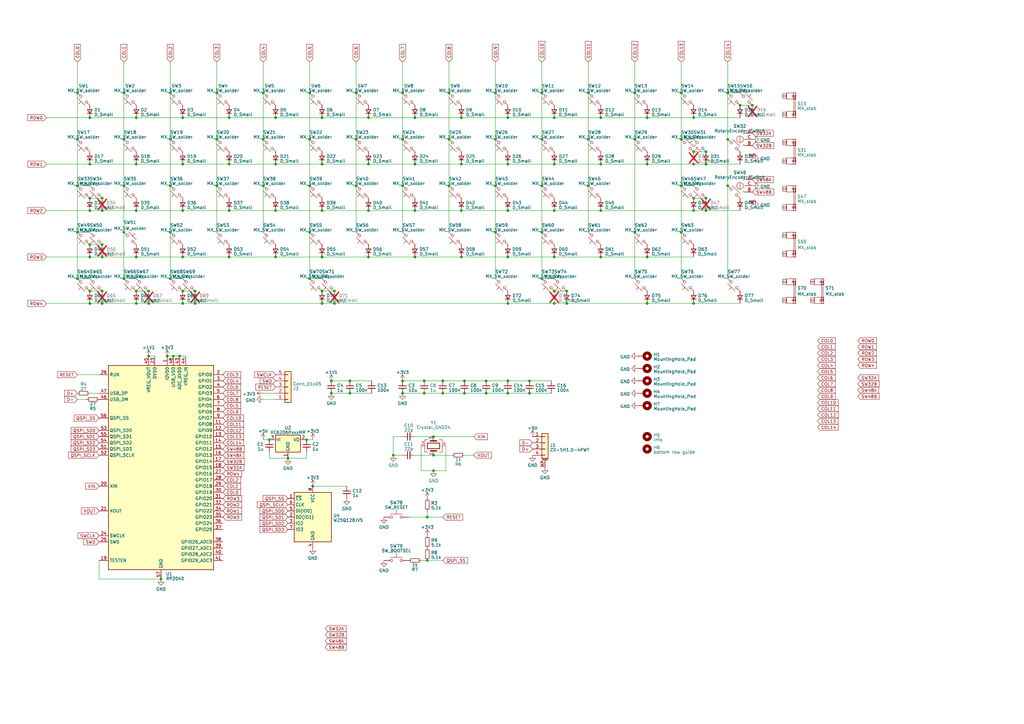
<source format=kicad_sch>
(kicad_sch (version 20231120) (generator "eeschema") (generator_version "8.0")
  (paper "A3")
  (junction (at 298.45 57.15))
  (junction (at 132.08 67.31))
  (junction (at 132.08 48.26))
  (junction (at 203.2 95.25))
  (junction (at 284.48 81.28))
  (junction (at 177.8 179.07))
  (junction (at 88.9 76.2))
  (junction (at 279.4 95.25))
  (junction (at 36.83 105.41))
  (junction (at 298.45 38.1))
  (junction (at 199.39 156.21))
  (junction (at 93.98 67.31))
  (junction (at 279.4 76.2))
  (junction (at 132.08 86.36))
  (junction (at 73.66 146.05))
  (junction (at 303.53 43.18))
  (junction (at 36.83 86.36))
  (junction (at 107.95 76.2))
  (junction (at 93.98 86.36))
  (junction (at 127 114.3))
  (junction (at 60.96 124.46))
  (junction (at 151.13 67.31))
  (junction (at 137.16 124.46))
  (junction (at 284.48 67.31))
  (junction (at 222.25 114.3))
  (junction (at 241.3 38.1))
  (junction (at 227.33 67.31))
  (junction (at 55.88 119.38))
  (junction (at 146.05 76.2))
  (junction (at 74.93 86.36))
  (junction (at 170.18 105.41))
  (junction (at 69.85 114.3))
  (junction (at 175.26 229.87))
  (junction (at 246.38 48.26))
  (junction (at 132.08 119.38))
  (junction (at 41.91 124.46))
  (junction (at 232.41 124.46))
  (junction (at 55.88 105.41))
  (junction (at 279.4 57.15))
  (junction (at 165.1 161.29))
  (junction (at 50.8 57.15))
  (junction (at 36.83 81.28))
  (junction (at 36.83 48.26))
  (junction (at 265.43 124.46))
  (junction (at 165.1 57.15))
  (junction (at 284.48 62.23))
  (junction (at 208.28 48.26))
  (junction (at 222.25 38.1))
  (junction (at 260.35 38.1))
  (junction (at 151.13 48.26))
  (junction (at 177.8 193.04))
  (junction (at 260.35 57.15))
  (junction (at 203.2 76.2))
  (junction (at 41.91 81.28))
  (junction (at 208.28 161.29))
  (junction (at 93.98 48.26))
  (junction (at 151.13 105.41))
  (junction (at 190.5 156.21))
  (junction (at 127 38.1))
  (junction (at 80.01 124.46))
  (junction (at 135.89 156.21))
  (junction (at 181.61 156.21))
  (junction (at 66.04 237.49))
  (junction (at 289.56 67.31))
  (junction (at 135.89 161.29))
  (junction (at 55.88 48.26))
  (junction (at 170.18 48.26))
  (junction (at 127 76.2))
  (junction (at 128.27 199.39))
  (junction (at 246.38 86.36))
  (junction (at 146.05 38.1))
  (junction (at 289.56 81.28))
  (junction (at 71.12 146.05))
  (junction (at 175.26 212.09))
  (junction (at 208.28 67.31))
  (junction (at 31.75 38.1))
  (junction (at 181.61 161.29))
  (junction (at 143.51 156.21))
  (junction (at 31.75 57.15))
  (junction (at 36.83 119.38))
  (junction (at 50.8 38.1))
  (junction (at 189.23 67.31))
  (junction (at 165.1 38.1))
  (junction (at 184.15 38.1))
  (junction (at 161.29 186.69))
  (junction (at 127 95.25))
  (junction (at 165.1 76.2))
  (junction (at 41.91 100.33))
  (junction (at 132.08 105.41))
  (junction (at 208.28 156.21))
  (junction (at 74.93 119.38))
  (junction (at 222.25 95.25))
  (junction (at 110.49 180.34))
  (junction (at 199.39 161.29))
  (junction (at 50.8 76.2))
  (junction (at 60.96 119.38))
  (junction (at 74.93 124.46))
  (junction (at 55.88 67.31))
  (junction (at 74.93 67.31))
  (junction (at 41.91 119.38))
  (junction (at 222.25 57.15))
  (junction (at 69.85 38.1))
  (junction (at 74.93 105.41))
  (junction (at 227.33 86.36))
  (junction (at 227.33 124.46))
  (junction (at 93.98 105.41))
  (junction (at 308.61 43.18))
  (junction (at 113.03 86.36))
  (junction (at 222.25 76.2))
  (junction (at 36.83 67.31))
  (junction (at 241.3 57.15))
  (junction (at 246.38 105.41))
  (junction (at 227.33 119.38))
  (junction (at 203.2 38.1))
  (junction (at 132.08 124.46))
  (junction (at 289.56 62.23))
  (junction (at 69.85 95.25))
  (junction (at 55.88 124.46))
  (junction (at 41.91 105.41))
  (junction (at 189.23 105.41))
  (junction (at 265.43 67.31))
  (junction (at 31.75 76.2))
  (junction (at 184.15 76.2))
  (junction (at 298.45 76.2))
  (junction (at 170.18 67.31))
  (junction (at 118.11 187.96))
  (junction (at 74.93 48.26))
  (junction (at 143.51 161.29))
  (junction (at 68.58 146.05))
  (junction (at 260.35 95.25))
  (junction (at 36.83 124.46))
  (junction (at 60.96 146.05))
  (junction (at 137.16 119.38))
  (junction (at 284.48 86.36))
  (junction (at 80.01 119.38))
  (junction (at 189.23 86.36))
  (junction (at 113.03 105.41))
  (junction (at 170.18 86.36))
  (junction (at 241.3 76.2))
  (junction (at 173.99 156.21))
  (junction (at 279.4 38.1))
  (junction (at 107.95 57.15))
  (junction (at 265.43 105.41))
  (junction (at 232.41 119.38))
  (junction (at 146.05 57.15))
  (junction (at 284.48 124.46))
  (junction (at 69.85 57.15))
  (junction (at 88.9 57.15))
  (junction (at 208.28 124.46))
  (junction (at 50.8 95.25))
  (junction (at 189.23 48.26))
  (junction (at 113.03 48.26))
  (junction (at 173.99 161.29))
  (junction (at 217.17 161.29))
  (junction (at 113.03 67.31))
  (junction (at 177.8 186.69))
  (junction (at 165.1 156.21))
  (junction (at 31.75 95.25))
  (junction (at 127 57.15))
  (junction (at 227.33 105.41))
  (junction (at 203.2 57.15))
  (junction (at 31.75 114.3))
  (junction (at 41.91 86.36))
  (junction (at 227.33 48.26))
  (junction (at 88.9 38.1))
  (junction (at 36.83 100.33))
  (junction (at 151.13 86.36))
  (junction (at 217.17 156.21))
  (junction (at 107.95 38.1))
  (junction (at 190.5 161.29))
  (junction (at 208.28 86.36))
  (junction (at 55.88 86.36))
  (junction (at 265.43 48.26))
  (junction (at 284.48 48.26))
  (junction (at 184.15 57.15))
  (junction (at 50.8 114.3))
  (junction (at 208.28 105.41))
  (junction (at 125.73 180.34))
  (junction (at 69.85 76.2))
  (junction (at 246.38 67.31))
  (junction (at 289.56 86.36))
  (wire (pts (xy 298.45 57.15) (xy 298.45 76.2)))
  (wire (pts (xy 289.56 86.36) (xy 303.53 86.36)))
  (wire (pts (xy 74.93 67.31) (xy 93.98 67.31)))
  (wire (pts (xy 181.61 212.09) (xy 175.26 212.09)))
  (wire (pts (xy 93.98 105.41) (xy 113.03 105.41)))
  (wire (pts (xy 246.38 67.31) (xy 265.43 67.31)))
  (wire (pts (xy 41.91 105.41) (xy 55.88 105.41)))
  (wire (pts (xy 189.23 48.26) (xy 208.28 48.26)))
  (wire (pts (xy 203.2 95.25) (xy 203.2 114.3)))
  (wire (pts (xy 279.4 25.4) (xy 279.4 38.1)))
  (wire (pts (xy 182.88 182.88) (xy 182.88 193.04)))
  (wire (pts (xy 199.39 156.21) (xy 208.28 156.21)))
  (wire (pts (xy 170.18 105.41) (xy 189.23 105.41)))
  (wire (pts (xy 19.05 48.26) (xy 36.83 48.26)))
  (wire (pts (xy 19.05 105.41) (xy 36.83 105.41)))
  (wire (pts (xy 132.08 86.36) (xy 151.13 86.36)))
  (wire (pts (xy 31.75 76.2) (xy 36.83 76.2)))
  (wire (pts (xy 88.9 38.1) (xy 88.9 57.15)))
  (wire (pts (xy 36.83 100.33) (xy 41.91 100.33)))
  (wire (pts (xy 151.13 105.41) (xy 170.18 105.41)))
  (wire (pts (xy 31.75 163.83) (xy 35.56 163.83)))
  (wire (pts (xy 93.98 67.31) (xy 113.03 67.31)))
  (wire (pts (xy 194.31 186.69) (xy 190.5 186.69)))
  (wire (pts (xy 50.8 38.1) (xy 50.8 57.15)))
  (wire (pts (xy 173.99 156.21) (xy 181.61 156.21)))
  (wire (pts (xy 175.26 229.87) (xy 181.61 229.87)))
  (wire (pts (xy 143.51 156.21) (xy 152.4 156.21)))
  (wire (pts (xy 40.64 237.49) (xy 66.04 237.49)))
  (wire (pts (xy 146.05 38.1) (xy 146.05 57.15)))
  (wire (pts (xy 74.93 105.41) (xy 93.98 105.41)))
  (wire (pts (xy 177.8 186.69) (xy 185.42 186.69)))
  (wire (pts (xy 161.29 179.07) (xy 161.29 186.69)))
  (wire (pts (xy 55.88 124.46) (xy 60.96 124.46)))
  (wire (pts (xy 208.28 105.41) (xy 227.33 105.41)))
  (wire (pts (xy 127 38.1) (xy 127 57.15)))
  (wire (pts (xy 88.9 76.2) (xy 88.9 95.25)))
  (wire (pts (xy 137.16 124.46) (xy 208.28 124.46)))
  (wire (pts (xy 241.3 25.4) (xy 241.3 38.1)))
  (wire (pts (xy 146.05 25.4) (xy 146.05 38.1)))
  (wire (pts (xy 279.4 38.1) (xy 279.4 57.15)))
  (wire (pts (xy 177.8 193.04) (xy 182.88 193.04)))
  (wire (pts (xy 69.85 38.1) (xy 69.85 57.15)))
  (wire (pts (xy 167.64 212.09) (xy 175.26 212.09)))
  (wire (pts (xy 265.43 105.41) (xy 284.48 105.41)))
  (wire (pts (xy 181.61 156.21) (xy 190.5 156.21)))
  (wire (pts (xy 165.1 161.29) (xy 173.99 161.29)))
  (wire (pts (xy 55.88 67.31) (xy 74.93 67.31)))
  (wire (pts (xy 36.83 124.46) (xy 41.91 124.46)))
  (wire (pts (xy 260.35 95.25) (xy 260.35 114.3)))
  (wire (pts (xy 60.96 124.46) (xy 74.93 124.46)))
  (wire (pts (xy 36.83 161.29) (xy 40.64 161.29)))
  (wire (pts (xy 189.23 86.36) (xy 208.28 86.36)))
  (wire (pts (xy 279.4 57.15) (xy 284.48 57.15)))
  (wire (pts (xy 127 95.25) (xy 127 114.3)))
  (wire (pts (xy 69.85 25.4) (xy 69.85 38.1)))
  (wire (pts (xy 19.05 86.36) (xy 36.83 86.36)))
  (wire (pts (xy 189.23 67.31) (xy 208.28 67.31)))
  (wire (pts (xy 107.95 76.2) (xy 107.95 95.25)))
  (wire (pts (xy 265.43 48.26) (xy 284.48 48.26)))
  (wire (pts (xy 69.85 76.2) (xy 69.85 95.25)))
  (wire (pts (xy 284.48 124.46) (xy 303.53 124.46)))
  (wire (pts (xy 142.24 199.39) (xy 128.27 199.39)))
  (wire (pts (xy 181.61 161.29) (xy 190.5 161.29)))
  (wire (pts (xy 217.17 161.29) (xy 226.06 161.29)))
  (wire (pts (xy 227.33 86.36) (xy 246.38 86.36)))
  (wire (pts (xy 203.2 25.4) (xy 203.2 38.1)))
  (wire (pts (xy 184.15 76.2) (xy 184.15 95.25)))
  (wire (pts (xy 222.25 114.3) (xy 227.33 114.3)))
  (wire (pts (xy 132.08 119.38) (xy 137.16 119.38)))
  (wire (pts (xy 113.03 48.26) (xy 132.08 48.26)))
  (wire (pts (xy 289.56 67.31) (xy 303.53 67.31)))
  (wire (pts (xy 127 76.2) (xy 127 95.25)))
  (wire (pts (xy 161.29 179.07) (xy 165.1 179.07)))
  (wire (pts (xy 50.8 114.3) (xy 55.88 114.3)))
  (wire (pts (xy 74.93 86.36) (xy 93.98 86.36)))
  (wire (pts (xy 31.75 95.25) (xy 36.83 95.25)))
  (wire (pts (xy 151.13 86.36) (xy 170.18 86.36)))
  (wire (pts (xy 19.05 67.31) (xy 36.83 67.31)))
  (wire (pts (xy 19.05 124.46) (xy 36.83 124.46)))
  (wire (pts (xy 135.89 161.29) (xy 143.51 161.29)))
  (wire (pts (xy 132.08 48.26) (xy 151.13 48.26)))
  (wire (pts (xy 165.1 76.2) (xy 165.1 95.25)))
  (wire (pts (xy 170.18 179.07) (xy 177.8 179.07)))
  (wire (pts (xy 161.29 186.69) (xy 165.1 186.69)))
  (wire (pts (xy 55.88 86.36) (xy 74.93 86.36)))
  (wire (pts (xy 203.2 57.15) (xy 203.2 76.2)))
  (wire (pts (xy 88.9 25.4) (xy 88.9 38.1)))
  (wire (pts (xy 113.03 105.41) (xy 132.08 105.41)))
  (wire (pts (xy 298.45 38.1) (xy 303.53 38.1)))
  (wire (pts (xy 260.35 38.1) (xy 260.35 57.15)))
  (wire (pts (xy 93.98 48.26) (xy 113.03 48.26)))
  (wire (pts (xy 298.45 38.1) (xy 298.45 57.15)))
  (wire (pts (xy 246.38 48.26) (xy 265.43 48.26)))
  (wire (pts (xy 170.18 48.26) (xy 189.23 48.26)))
  (wire (pts (xy 69.85 95.25) (xy 69.85 114.3)))
  (wire (pts (xy 107.95 38.1) (xy 107.95 57.15)))
  (wire (pts (xy 298.45 76.2) (xy 298.45 114.3)))
  (wire (pts (xy 165.1 38.1) (xy 165.1 57.15)))
  (wire (pts (xy 284.48 81.28) (xy 289.56 81.28)))
  (wire (pts (xy 170.18 186.69) (xy 177.8 186.69)))
  (wire (pts (xy 36.83 48.26) (xy 55.88 48.26)))
  (wire (pts (xy 132.08 67.31) (xy 151.13 67.31)))
  (wire (pts (xy 184.15 38.1) (xy 184.15 57.15)))
  (wire (pts (xy 227.33 67.31) (xy 246.38 67.31)))
  (wire (pts (xy 241.3 57.15) (xy 241.3 76.2)))
  (wire (pts (xy 88.9 57.15) (xy 88.9 76.2)))
  (wire (pts (xy 31.75 95.25) (xy 31.75 114.3)))
  (wire (pts (xy 69.85 114.3) (xy 74.93 114.3)))
  (wire (pts (xy 222.25 38.1) (xy 222.25 57.15)))
  (wire (pts (xy 74.93 48.26) (xy 93.98 48.26)))
  (wire (pts (xy 127 114.3) (xy 132.08 114.3)))
  (wire (pts (xy 208.28 67.31) (xy 227.33 67.31)))
  (wire (pts (xy 284.48 48.26) (xy 303.53 48.26)))
  (wire (pts (xy 177.8 179.07) (xy 194.31 179.07)))
  (wire (pts (xy 132.08 124.46) (xy 137.16 124.46)))
  (wire (pts (xy 222.25 76.2) (xy 222.25 95.25)))
  (wire (pts (xy 125.73 180.34) (xy 128.27 180.34)))
  (wire (pts (xy 50.8 95.25) (xy 50.8 114.3)))
  (wire (pts (xy 31.75 57.15) (xy 31.75 76.2)))
  (wire (pts (xy 199.39 161.29) (xy 208.28 161.29)))
  (wire (pts (xy 227.33 119.38) (xy 232.41 119.38)))
  (wire (pts (xy 303.53 43.18) (xy 308.61 43.18)))
  (wire (pts (xy 284.48 86.36) (xy 289.56 86.36)))
  (wire (pts (xy 190.5 161.29) (xy 199.39 161.29)))
  (wire (pts (xy 177.8 193.04) (xy 172.72 193.04)))
  (wire (pts (xy 173.99 161.29) (xy 181.61 161.29)))
  (wire (pts (xy 227.33 105.41) (xy 246.38 105.41)))
  (wire (pts (xy 232.41 124.46) (xy 265.43 124.46)))
  (wire (pts (xy 60.96 146.05) (xy 63.5 146.05)))
  (wire (pts (xy 71.12 146.05) (xy 73.66 146.05)))
  (wire (pts (xy 241.3 76.2) (xy 241.3 95.25)))
  (wire (pts (xy 203.2 38.1) (xy 203.2 57.15)))
  (wire (pts (xy 36.83 119.38) (xy 41.91 119.38)))
  (wire (pts (xy 165.1 25.4) (xy 165.1 38.1)))
  (wire (pts (xy 55.88 119.38) (xy 60.96 119.38)))
  (wire (pts (xy 36.83 81.28) (xy 41.91 81.28)))
  (wire (pts (xy 284.48 67.31) (xy 289.56 67.31)))
  (wire (pts (xy 190.5 156.21) (xy 199.39 156.21)))
  (wire (pts (xy 284.48 62.23) (xy 289.56 62.23)))
  (wire (pts (xy 170.18 67.31) (xy 189.23 67.31)))
  (wire (pts (xy 241.3 38.1) (xy 241.3 57.15)))
  (wire (pts (xy 208.28 124.46) (xy 227.33 124.46)))
  (wire (pts (xy 127 25.4) (xy 127 38.1)))
  (wire (pts (xy 279.4 57.15) (xy 279.4 76.2)))
  (wire (pts (xy 127 57.15) (xy 127 76.2)))
  (wire (pts (xy 93.98 86.36) (xy 113.03 86.36)))
  (wire (pts (xy 50.8 57.15) (xy 50.8 76.2)))
  (wire (pts (xy 222.25 95.25) (xy 222.25 114.3)))
  (wire (pts (xy 50.8 25.4) (xy 50.8 38.1)))
  (wire (pts (xy 40.64 229.87) (xy 40.64 237.49)))
  (wire (pts (xy 69.85 57.15) (xy 69.85 76.2)))
  (wire (pts (xy 31.75 76.2) (xy 31.75 95.25)))
  (wire (pts (xy 184.15 57.15) (xy 184.15 76.2)))
  (wire (pts (xy 55.88 105.41) (xy 74.93 105.41)))
  (wire (pts (xy 151.13 48.26) (xy 170.18 48.26)))
  (wire (pts (xy 246.38 105.41) (xy 265.43 105.41)))
  (wire (pts (xy 172.72 193.04) (xy 172.72 182.88)))
  (wire (pts (xy 107.95 57.15) (xy 107.95 76.2)))
  (wire (pts (xy 222.25 25.4) (xy 222.25 38.1)))
  (wire (pts (xy 279.4 76.2) (xy 279.4 95.25)))
  (wire (pts (xy 125.73 187.96) (xy 125.73 185.42)))
  (wire (pts (xy 74.93 119.38) (xy 80.01 119.38)))
  (wire (pts (xy 265.43 67.31) (xy 284.48 67.31)))
  (wire (pts (xy 146.05 57.15) (xy 146.05 76.2)))
  (wire (pts (xy 175.26 229.87) (xy 172.72 229.87)))
  (wire (pts (xy 31.75 25.4) (xy 31.75 38.1)))
  (wire (pts (xy 36.83 105.41) (xy 41.91 105.41)))
  (wire (pts (xy 222.25 57.15) (xy 222.25 76.2)))
  (wire (pts (xy 41.91 124.46) (xy 55.88 124.46)))
  (wire (pts (xy 36.83 86.36) (xy 41.91 86.36)))
  (wire (pts (xy 208.28 161.29) (xy 217.17 161.29)))
  (wire (pts (xy 107.95 161.29) (xy 113.03 161.29)))
  (wire (pts (xy 203.2 76.2) (xy 203.2 95.25)))
  (wire (pts (xy 113.03 67.31) (xy 132.08 67.31)))
  (wire (pts (xy 298.45 25.4) (xy 298.45 38.1)))
  (wire (pts (xy 208.28 48.26) (xy 227.33 48.26)))
  (wire (pts (xy 74.93 124.46) (xy 80.01 124.46)))
  (wire (pts (xy 107.95 180.34) (xy 110.49 180.34)))
  (wire (pts (xy 208.28 86.36) (xy 227.33 86.36)))
  (wire (pts (xy 143.51 161.29) (xy 152.4 161.29)))
  (wire (pts (xy 73.66 146.05) (xy 76.2 146.05)))
  (wire (pts (xy 227.33 124.46) (xy 232.41 124.46)))
  (wire (pts (xy 279.4 95.25) (xy 279.4 114.3)))
  (wire (pts (xy 110.49 187.96) (xy 118.11 187.96)))
  (wire (pts (xy 40.64 153.67) (xy 31.75 153.67)))
  (wire (pts (xy 265.43 124.46) (xy 284.48 124.46)))
  (wire (pts (xy 279.4 76.2) (xy 284.48 76.2)))
  (wire (pts (xy 132.08 105.41) (xy 151.13 105.41)))
  (wire (pts (xy 41.91 86.36) (xy 55.88 86.36)))
  (wire (pts (xy 208.28 156.21) (xy 217.17 156.21)))
  (wire (pts (xy 113.03 86.36) (xy 132.08 86.36)))
  (wire (pts (xy 107.95 25.4) (xy 107.95 38.1)))
  (wire (pts (xy 80.01 124.46) (xy 132.08 124.46)))
  (wire (pts (xy 31.75 114.3) (xy 36.83 114.3)))
  (wire (pts (xy 260.35 25.4) (xy 260.35 38.1)))
  (wire (pts (xy 50.8 76.2) (xy 50.8 95.25)))
  (wire (pts (xy 175.26 209.55) (xy 175.26 212.09)))
  (wire (pts (xy 165.1 156.21) (xy 173.99 156.21)))
  (wire (pts (xy 55.88 48.26) (xy 74.93 48.26)))
  (wire (pts (xy 151.13 67.31) (xy 170.18 67.31)))
  (wire (pts (xy 118.11 187.96) (xy 125.73 187.96)))
  (wire (pts (xy 227.33 48.26) (xy 246.38 48.26)))
  (wire (pts (xy 246.38 86.36) (xy 284.48 86.36)))
  (wire (pts (xy 110.49 185.42) (xy 110.49 187.96)))
  (wire (pts (xy 107.95 163.83) (xy 113.03 163.83)))
  (wire (pts (xy 135.89 156.21) (xy 143.51 156.21)))
  (wire (pts (xy 31.75 38.1) (xy 31.75 57.15)))
  (wire (pts (xy 189.23 105.41) (xy 208.28 105.41)))
  (wire (pts (xy 170.18 86.36) (xy 189.23 86.36)))
  (wire (pts (xy 36.83 67.31) (xy 55.88 67.31)))
  (wire (pts (xy 184.15 25.4) (xy 184.15 38.1)))
  (wire (pts (xy 260.35 57.15) (xy 260.35 95.25)))
  (wire (pts (xy 68.58 146.05) (xy 71.12 146.05)))
  (wire (pts (xy 146.05 76.2) (xy 146.05 95.25)))
  (wire (pts (xy 217.17 156.21) (xy 226.06 156.21)))
  (wire (pts (xy 165.1 57.15) (xy 165.1 76.2)))
  (global_label "SW48B" (shape input) (at 133.35 265.43 0) (property "Intersheetrefs" "${INTERSHEET_REFS}" (effects (hide yes))))
  (global_label "D+" (shape input) (at 31.75 161.29 180) (property "Intersheetrefs" "${INTERSHEET_REFS}" (effects (hide yes))))
  (global_label "COL9" (shape input) (at 203.2 25.4 90) (property "Intersheetrefs" "${INTERSHEET_REFS}" (effects (hide yes))))
  (global_label "COL4" (shape input) (at 107.95 25.4 90) (property "Intersheetrefs" "${INTERSHEET_REFS}" (effects (hide yes))))
  (global_label "SW48A" (shape input) (at 91.44 186.69 0) (property "Intersheetrefs" "${INTERSHEET_REFS}" (effects (hide yes))))
  (global_label "COL5" (shape input) (at 335.28 152.4 0) (property "Intersheetrefs" "${INTERSHEET_REFS}" (effects (hide yes))))
  (global_label "COL5" (shape input) (at 127 25.4 90) (property "Intersheetrefs" "${INTERSHEET_REFS}" (effects (hide yes))))
  (global_label "SW32B" (shape input) (at 351.79 157.48 0) (property "Intersheetrefs" "${INTERSHEET_REFS}" (effects (hide yes))))
  (global_label "SW32A" (shape input) (at 308.61 54.61 0) (property "Intersheetrefs" "${INTERSHEET_REFS}" (effects (hide yes))))
  (global_label "SW32B" (shape input) (at 91.44 189.23 0) (property "Intersheetrefs" "${INTERSHEET_REFS}" (effects (hide yes))))
  (global_label "COL10" (shape input) (at 335.28 165.1 0) (property "Intersheetrefs" "${INTERSHEET_REFS}" (effects (hide yes))))
  (global_label "COL12" (shape input) (at 91.44 176.53 0) (property "Intersheetrefs" "${INTERSHEET_REFS}" (effects (hide yes))))
  (global_label "COL11" (shape input) (at 91.44 173.99 0) (property "Intersheetrefs" "${INTERSHEET_REFS}" (effects (hide yes))))
  (global_label "COL0" (shape input) (at 91.44 201.93 0) (property "Intersheetrefs" "${INTERSHEET_REFS}" (effects (hide yes))))
  (global_label "COL7" (shape input) (at 165.1 25.4 90) (property "Intersheetrefs" "${INTERSHEET_REFS}" (effects (hide yes))))
  (global_label "COL2" (shape input) (at 335.28 144.78 0) (property "Intersheetrefs" "${INTERSHEET_REFS}" (effects (hide yes))))
  (global_label "COL12" (shape input) (at 260.35 25.4 90) (property "Intersheetrefs" "${INTERSHEET_REFS}" (effects (hide yes))))
  (global_label "COL6" (shape input) (at 146.05 25.4 90) (property "Intersheetrefs" "${INTERSHEET_REFS}" (effects (hide yes))))
  (global_label "COL0" (shape input) (at 335.28 139.7 0) (property "Intersheetrefs" "${INTERSHEET_REFS}" (effects (hide yes))))
  (global_label "SW32A" (shape input) (at 351.79 154.94 0) (property "Intersheetrefs" "${INTERSHEET_REFS}" (effects (hide yes))))
  (global_label "SW48B" (shape input) (at 308.61 78.74 0) (property "Intersheetrefs" "${INTERSHEET_REFS}" (effects (hide yes))))
  (global_label "SW48B" (shape input) (at 351.79 162.56 0) (property "Intersheetrefs" "${INTERSHEET_REFS}" (effects (hide yes))))
  (global_label "SW32A" (shape input) (at 91.44 191.77 0) (property "Intersheetrefs" "${INTERSHEET_REFS}" (effects (hide yes))))
  (global_label "COL9" (shape input) (at 91.44 168.91 0) (property "Intersheetrefs" "${INTERSHEET_REFS}" (effects (hide yes))))
  (global_label "ROW3" (shape input) (at 91.44 204.47 0) (property "Intersheetrefs" "${INTERSHEET_REFS}" (effects (hide yes))))
  (global_label "COL8" (shape input) (at 91.44 163.83 0) (property "Intersheetrefs" "${INTERSHEET_REFS}" (effects (hide yes))))
  (global_label "QSPI_SD1" (shape input) (at 118.11 212.09 180) (property "Intersheetrefs" "${INTERSHEET_REFS}" (effects (hide yes))))
  (global_label "COL7" (shape input) (at 335.28 157.48 0) (property "Intersheetrefs" "${INTERSHEET_REFS}" (effects (hide yes))))
  (global_label "COL13" (shape input) (at 335.28 172.72 0) (property "Intersheetrefs" "${INTERSHEET_REFS}" (effects (hide yes))))
  (global_label "ROW2" (shape input) (at 91.44 207.01 0) (property "Intersheetrefs" "${INTERSHEET_REFS}" (effects (hide yes))))
  (global_label "QSPI_SCLK" (shape input) (at 118.11 207.01 180) (property "Intersheetrefs" "${INTERSHEET_REFS}" (effects (hide yes))))
  (global_label "SW32B" (shape input) (at 133.35 260.35 0) (property "Intersheetrefs" "${INTERSHEET_REFS}" (effects (hide yes))))
  (global_label "QSPI_SS" (shape input) (at 118.11 204.47 180) (property "Intersheetrefs" "${INTERSHEET_REFS}" (effects (hide yes))))
  (global_label "COL11" (shape input) (at 241.3 25.4 90) (property "Intersheetrefs" "${INTERSHEET_REFS}" (effects (hide yes))))
  (global_label "COL4" (shape input) (at 335.28 149.86 0) (property "Intersheetrefs" "${INTERSHEET_REFS}" (effects (hide yes))))
  (global_label "COL13" (shape input) (at 91.44 179.07 0) (property "Intersheetrefs" "${INTERSHEET_REFS}" (effects (hide yes))))
  (global_label "XIN" (shape input) (at 40.64 199.39 180) (property "Intersheetrefs" "${INTERSHEET_REFS}" (effects (hide yes))))
  (global_label "COL12" (shape input) (at 335.28 170.18 0) (property "Intersheetrefs" "${INTERSHEET_REFS}" (effects (hide yes))))
  (global_label "QSPI_SS" (shape input) (at 181.61 229.87 0) (property "Intersheetrefs" "${INTERSHEET_REFS}" (effects (hide yes))))
  (global_label "COL1" (shape input) (at 50.8 25.4 90) (property "Intersheetrefs" "${INTERSHEET_REFS}" (effects (hide yes))))
  (global_label "ROW1" (shape input) (at 91.44 209.55 0) (property "Intersheetrefs" "${INTERSHEET_REFS}" (effects (hide yes))))
  (global_label "SWD" (shape input) (at 113.03 156.21 180) (property "Intersheetrefs" "${INTERSHEET_REFS}" (effects (hide yes))))
  (global_label "COL14" (shape input) (at 298.45 25.4 90) (property "Intersheetrefs" "${INTERSHEET_REFS}" (effects (hide yes))))
  (global_label "COL9" (shape input) (at 335.28 162.56 0) (property "Intersheetrefs" "${INTERSHEET_REFS}" (effects (hide yes))))
  (global_label "SW48A" (shape input) (at 351.79 160.02 0) (property "Intersheetrefs" "${INTERSHEET_REFS}" (effects (hide yes))))
  (global_label "D-" (shape input) (at 31.75 163.83 180) (property "Intersheetrefs" "${INTERSHEET_REFS}" (effects (hide yes))))
  (global_label "ROW1" (shape input) (at 351.79 142.24 0) (property "Intersheetrefs" "${INTERSHEET_REFS}" (effects (hide yes))))
  (global_label "SWCLK" (shape input) (at 113.03 153.67 180) (property "Intersheetrefs" "${INTERSHEET_REFS}" (effects (hide yes))))
  (global_label "XOUT" (shape input) (at 194.31 186.69 0) (property "Intersheetrefs" "${INTERSHEET_REFS}" (effects (hide yes))))
  (global_label "RESET" (shape input) (at 113.03 158.75 180) (property "Intersheetrefs" "${INTERSHEET_REFS}" (effects (hide yes))))
  (global_label "COL0" (shape input) (at 31.75 25.4 90) (property "Intersheetrefs" "${INTERSHEET_REFS}" (effects (hide yes))))
  (global_label "QSPI_SS" (shape input) (at 40.64 171.45 180) (property "Intersheetrefs" "${INTERSHEET_REFS}" (effects (hide yes))))
  (global_label "QSPI_SCLK" (shape input) (at 40.64 186.69 180) (property "Intersheetrefs" "${INTERSHEET_REFS}" (effects (hide yes))))
  (global_label "QSPI_SD2" (shape input) (at 118.11 214.63 180) (property "Intersheetrefs" "${INTERSHEET_REFS}" (effects (hide yes))))
  (global_label "COL3" (shape input) (at 335.28 147.32 0) (property "Intersheetrefs" "${INTERSHEET_REFS}" (effects (hide yes))))
  (global_label "SW48A" (shape input) (at 308.61 73.66 0) (property "Intersheetrefs" "${INTERSHEET_REFS}" (effects (hide yes))))
  (global_label "QSPI_SD0" (shape input) (at 40.64 176.53 180) (property "Intersheetrefs" "${INTERSHEET_REFS}" (effects (hide yes))))
  (global_label "COL8" (shape input) (at 184.15 25.4 90) (property "Intersheetrefs" "${INTERSHEET_REFS}" (effects (hide yes))))
  (global_label "QSPI_SD3" (shape input) (at 40.64 184.15 180) (property "Intersheetrefs" "${INTERSHEET_REFS}" (effects (hide yes))))
  (global_label "COL1" (shape input) (at 335.28 142.24 0) (property "Intersheetrefs" "${INTERSHEET_REFS}" (effects (hide yes))))
  (global_label "COL13" (shape input) (at 279.4 25.4 90) (property "Intersheetrefs" "${INTERSHEET_REFS}" (effects (hide yes))))
  (global_label "ROW3" (shape input) (at 19.05 105.41 180) (property "Intersheetrefs" "${INTERSHEET_REFS}" (effects (hide yes))))
  (global_label "SW48A" (shape input) (at 133.35 262.89 0) (property "Intersheetrefs" "${INTERSHEET_REFS}" (effects (hide yes))))
  (global_label "XIN" (shape input) (at 194.31 179.07 0) (property "Intersheetrefs" "${INTERSHEET_REFS}" (effects (hide yes))))
  (global_label "COL8" (shape input) (at 335.28 160.02 0) (property "Intersheetrefs" "${INTERSHEET_REFS}" (effects (hide yes))))
  (global_label "ROW0" (shape input) (at 19.05 48.26 180) (property "Intersheetrefs" "${INTERSHEET_REFS}" (effects (hide yes))))
  (global_label "COL3" (shape input) (at 88.9 25.4 90) (property "Intersheetrefs" "${INTERSHEET_REFS}" (effects (hide yes))))
  (global_label "ROW0" (shape input) (at 351.79 139.7 0) (property "Intersheetrefs" "${INTERSHEET_REFS}" (effects (hide yes))))
  (global_label "ROW2" (shape input) (at 351.79 144.78 0) (property "Intersheetrefs" "${INTERSHEET_REFS}" (effects (hide yes))))
  (global_label "QSPI_SD2" (shape input) (at 40.64 181.61 180) (property "Intersheetrefs" "${INTERSHEET_REFS}" (effects (hide yes))))
  (global_label "COL2" (shape input) (at 91.44 196.85 0) (property "Intersheetrefs" "${INTERSHEET_REFS}" (effects (hide yes))))
  (global_label "COL11" (shape input) (at 335.28 167.64 0) (property "Intersheetrefs" "${INTERSHEET_REFS}" (effects (hide yes))))
  (global_label "COL6" (shape input) (at 91.44 158.75 0) (property "Intersheetrefs" "${INTERSHEET_REFS}" (effects (hide yes))))
  (global_label "D-" (shape input) (at 218.44 181.61 180) (property "Intersheetrefs" "${INTERSHEET_REFS}" (effects (hide yes))))
  (global_label "COL14" (shape input) (at 335.28 175.26 0) (property "Intersheetrefs" "${INTERSHEET_REFS}" (effects (hide yes))))
  (global_label "COL7" (shape input) (at 91.44 161.29 0) (property "Intersheetrefs" "${INTERSHEET_REFS}" (effects (hide yes))))
  (global_label "COL14" (shape input) (at 91.44 181.61 0) (property "Intersheetrefs" "${INTERSHEET_REFS}" (effects (hide yes))))
  (global_label "RESET" (shape input) (at 31.75 153.67 180) (property "Intersheetrefs" "${INTERSHEET_REFS}" (effects (hide yes))))
  (global_label "SW48B" (shape input) (at 91.44 184.15 0) (property "Intersheetrefs" "${INTERSHEET_REFS}" (effects (hide yes))))
  (global_label "QSPI_SD0" (shape input) (at 118.11 209.55 180) (property "Intersheetrefs" "${INTERSHEET_REFS}" (effects (hide yes))))
  (global_label "SW32A" (shape input) (at 133.35 257.81 0) (property "Intersheetrefs" "${INTERSHEET_REFS}" (effects (hide yes))))
  (global_label "COL10" (shape input) (at 222.25 25.4 90) (property "Intersheetrefs" "${INTERSHEET_REFS}" (effects (hide yes))))
  (global_label "SWCLK" (shape input) (at 40.64 219.71 180) (property "Intersheetrefs" "${INTERSHEET_REFS}" (effects (hide yes))))
  (global_label "ROW0" (shape input) (at 91.44 212.09 0) (property "Intersheetrefs" "${INTERSHEET_REFS}" (effects (hide yes))))
  (global_label "ROW1" (shape input) (at 19.05 67.31 180) (property "Intersheetrefs" "${INTERSHEET_REFS}" (effects (hide yes))))
  (global_label "COL1" (shape input) (at 91.44 199.39 0) (property "Intersheetrefs" "${INTERSHEET_REFS}" (effects (hide yes))))
  (global_label "SWD" (shape input) (at 40.64 222.25 180) (property "Intersheetrefs" "${INTERSHEET_REFS}" (effects (hide yes))))
  (global_label "QSPI_SD1" (shape input) (at 40.64 179.07 180) (property "Intersheetrefs" "${INTERSHEET_REFS}" (effects (hide yes))))
  (global_label "COL6" (shape input) (at 335.28 154.94 0) (property "Intersheetrefs" "${INTERSHEET_REFS}" (effects (hide yes))))
  (global_label "ROW4" (shape input) (at 91.44 194.31 0) (property "Intersheetrefs" "${INTERSHEET_REFS}" (effects (hide yes))))
  (global_label "XOUT" (shape input) (at 40.64 209.55 180) (property "Intersheetrefs" "${INTERSHEET_REFS}" (effects (hide yes))))
  (global_label "ROW3" (shape input) (at 351.79 147.32 0) (property "Intersheetrefs" "${INTERSHEET_REFS}" (effects (hide yes))))
  (global_label "D+" (shape input) (at 218.44 184.15 180) (property "Intersheetrefs" "${INTERSHEET_REFS}" (effects (hide yes))))
  (global_label "ROW4" (shape input) (at 19.05 124.46 180) (property "Intersheetrefs" "${INTERSHEET_REFS}" (effects (hide yes))))
  (global_label "QSPI_SD3" (shape input) (at 118.11 217.17 180) (property "Intersheetrefs" "${INTERSHEET_REFS}" (effects (hide yes))))
  (global_label "ROW4" (shape input) (at 351.79 149.86 0) (property "Intersheetrefs" "${INTERSHEET_REFS}" (effects (hide yes))))
  (global_label "RESET" (shape input) (at 181.61 212.09 0) (property "Intersheetrefs" "${INTERSHEET_REFS}" (effects (hide yes))))
  (global_label "ROW2" (shape input) (at 19.05 86.36 180) (property "Intersheetrefs" "${INTERSHEET_REFS}" (effects (hide yes))))
  (global_label "COL5" (shape input) (at 91.44 166.37 0) (property "Intersheetrefs" "${INTERSHEET_REFS}" (effects (hide yes))))
  (global_label "COL4" (shape input) (at 91.44 156.21 0) (property "Intersheetrefs" "${INTERSHEET_REFS}" (effects (hide yes))))
  (global_label "COL2" (shape input) (at 69.85 25.4 90) (property "Intersheetrefs" "${INTERSHEET_REFS}" (effects (hide yes))))
  (global_label "COL10" (shape input) (at 91.44 171.45 0) (property "Intersheetrefs" "${INTERSHEET_REFS}" (effects (hide yes))))
  (global_label "COL3" (shape input) (at 91.44 153.67 0) (property "Intersheetrefs" "${INTERSHEET_REFS}" (effects (hide yes))))
  (global_label "SW32B" (shape input) (at 308.61 59.69 0) (property "Intersheetrefs" "${INTERSHEET_REFS}" (effects (hide yes))))
  (symbol (lib_id "Device:C_Small") (at 173.99 158.75 0) (unit 1)
    (property "Reference" "C6" (at 176.3141 158.1126 0) (effects (justify left)))
    (property "Value" "1u" (at 176.3141 160.0336 0) (effects (justify left)))
    (property "Footprint" "Capacitor_SMD:C_0402_1005Metric" (effects (hide yes)))
  )
  (symbol (lib_id "PCM_marbastlib-mx:MX_SW_solder") (at 205.74 78.74 180) (unit 1)
    (property "Reference" "SW43" (at 205.74 73.3171 0))
    (property "Value" "MX_SW_solder" (at 205.74 75.2381 0))
    (property "Footprint" "PCM_marbastlib-mx:SW_MX_1u" (effects (hide yes)))
  )
  (symbol (lib_id "Device:R_Small") (at 175.26 207.01 180) (unit 1)
    (property "Reference" "R3" (at 176.7586 206.3663 0) (effects (justify right)))
    (property "Value" "5.1k" (at 176.7586 208.2873 0) (effects (justify right)))
    (property "Footprint" "Resistor_SMD:R_0402_1005Metric" (effects (hide yes)))
  )
  (symbol (lib_id "power:+5V") (at 107.95 180.34 0) (unit 1)
    (property "Reference" "#PWR012" (effects (hide yes)))
    (property "Value" "+5V" (at 107.95 176.8381 0))
  )
  (symbol (lib_id "Device:D_Small") (at 284.48 121.92 90) (unit 1)
    (property "Reference" "D76" (at 286.258 121.2763 90) (effects (justify right)))
    (property "Value" "D_Small" (at 286.258 123.1973 90) (effects (justify right)))
    (property "Footprint" "shoonies_parts:D_SOD-123_CLEAN" (effects (hide yes)))
    (property "Sim.Device" "D" (effects (hide yes)))
    (property "Sim.Pins" "1=K 2=A" (effects (hide yes)))
  )
  (symbol (lib_id "power:GND") (at 223.52 191.77 0) (unit 1)
    (property "Reference" "#PWR022" (effects (hide yes)))
    (property "Value" "GND" (at 223.52 195.9055 0))
  )
  (symbol (lib_id "power:GND") (at 135.89 161.29 0) (unit 1)
    (property "Reference" "#PWR025" (effects (hide yes)))
    (property "Value" "GND" (at 135.89 165.4255 0))
  )
  (symbol (lib_id "Mechanical:MountingHole_Pad") (at 264.16 166.37 270) (unit 1)
    (property "Reference" "H7" (at 267.97 165.7263 90) (effects (justify left)))
    (property "Value" "MountingHole_Pad" (at 267.97 167.6473 90) (effects (justify left)))
    (property "Footprint" "MountingHole:MountingHole_6mm_Pad" (effects (hide yes)))
  )
  (symbol (lib_id "Device:D_Small") (at 55.88 45.72 90) (unit 1)
    (property "Reference" "D2" (at 57.658 45.0763 90) (effects (justify right)))
    (property "Value" "D_Small" (at 57.658 46.9973 90) (effects (justify right)))
    (property "Footprint" "shoonies_parts:D_SOD-123_CLEAN" (effects (hide yes)))
    (property "Sim.Device" "D" (effects (hide yes)))
    (property "Sim.Pins" "1=K 2=A" (effects (hide yes)))
  )
  (symbol (lib_id "Regulator_Linear:XC6206PxxxMR") (at 118.11 180.34 0) (unit 1)
    (property "Reference" "U2" (at 118.11 175.4251 0))
    (property "Value" "XC6206PxxxMR" (at 118.11 177.3461 0))
    (property "Footprint" "Package_TO_SOT_SMD:SOT-23-3" (effects (hide yes)))
    (property "Datasheet" "https://www.torexsemi.com/file/xc6206/XC6206.pdf" (effects (hide yes)))
  )
  (symbol (lib_id "Device:D_Small") (at 246.38 102.87 90) (unit 1)
    (property "Reference" "D61" (at 248.158 102.2263 90) (effects (justify right)))
    (property "Value" "D_Small" (at 248.158 104.1473 90) (effects (justify right)))
    (property "Footprint" "shoonies_parts:D_SOD-123_CLEAN" (effects (hide yes)))
    (property "Sim.Device" "D" (effects (hide yes)))
    (property "Sim.Pins" "1=K 2=A" (effects (hide yes)))
  )
  (symbol (lib_id "Device:C_Small") (at 167.64 179.07 90) (unit 1)
    (property "Reference" "C10" (at 167.6463 174.498 90))
    (property "Value" "22p" (at 167.6463 176.419 90))
    (property "Footprint" "Capacitor_SMD:C_0402_1005Metric" (effects (hide yes)))
  )
  (symbol (lib_id "PCM_marbastlib-mx:MX_SW_solder") (at 129.54 78.74 180) (unit 1)
    (property "Reference" "SW39" (at 129.54 73.3171 0))
    (property "Value" "MX_SW_solder" (at 129.54 75.2381 0))
    (property "Footprint" "PCM_marbastlib-mx:SW_MX_1u" (effects (hide yes)))
  )
  (symbol (lib_id "Device:D_Small") (at 151.13 102.87 90) (unit 1)
    (property "Reference" "D56" (at 152.908 102.2263 90) (effects (justify right)))
    (property "Value" "D_Small" (at 152.908 104.1473 90) (effects (justify right)))
    (property "Footprint" "shoonies_parts:D_SOD-123_CLEAN" (effects (hide yes)))
    (property "Sim.Device" "D" (effects (hide yes)))
    (property "Sim.Pins" "1=K 2=A" (effects (hide yes)))
  )
  (symbol (lib_id "PCM_marbastlib-mx:MX_SW_solder") (at 262.89 97.79 180) (unit 1)
    (property "Reference" "SW62" (at 262.89 92.3671 0))
    (property "Value" "MX_SW_solder" (at 262.89 94.2881 0))
    (property "Footprint" "PCM_marbastlib-mx:SW_MX_1u" (effects (hide yes)))
  )
  (symbol (lib_id "Device:C_Small") (at 226.06 158.75 0) (unit 1)
    (property "Reference" "C16" (at 228.3841 158.1126 0) (effects (justify left)))
    (property "Value" "100n" (at 228.3841 160.0336 0) (effects (justify left)))
    (property "Footprint" "Capacitor_SMD:C_0402_1005Metric" (effects (hide yes)))
  )
  (symbol (lib_id "power:+3V3") (at 175.26 204.47 0) (unit 1)
    (property "Reference" "#PWR027" (effects (hide yes)))
    (property "Value" "+3V3" (at 175.26 200.9681 0))
  )
  (symbol (lib_id "power:GND") (at 308.61 57.15 90) (unit 1)
    (property "Reference" "#PWR01" (effects (hide yes)))
    (property "Value" "GND" (at 311.785 57.4668 90) (effects (justify right)))
  )
  (symbol (lib_id "PCM_marbastlib-mx:MX_SW_solder") (at 224.79 59.69 180) (unit 1)
    (property "Reference" "SW27" (at 224.79 54.2671 0))
    (property "Value" "MX_SW_solder" (at 224.79 56.1881 0))
    (property "Footprint" "PCM_marbastlib-mx:SW_MX_1u" (effects (hide yes)))
  )
  (symbol (lib_id "PCM_marbastlib-mx:MX_SW_solder") (at 34.29 116.84 180) (unit 1)
    (property "Reference" "SW64" (at 34.29 111.4171 0))
    (property "Value" "MX_SW_solder" (at 34.29 113.3381 0))
    (property "Footprint" "PCM_marbastlib-mx:SW_MX_1u" (effects (hide yes)))
  )
  (symbol (lib_id "PCM_marbastlib-mx:MX_SW_solder") (at 186.69 97.79 180) (unit 1)
    (property "Reference" "SW58" (at 186.69 92.3671 0))
    (property "Value" "MX_SW_solder" (at 186.69 94.2881 0))
    (property "Footprint" "PCM_marbastlib-mx:SW_MX_1u" (effects (hide yes)))
  )
  (symbol (lib_id "power:+3V3") (at 68.58 146.05 0) (unit 1)
    (property "Reference" "#PWR020" (effects (hide yes)))
    (property "Value" "+3V3" (at 68.58 142.5481 0))
  )
  (symbol (lib_id "Device:D_Small") (at 113.03 83.82 90) (unit 1)
    (property "Reference" "D38" (at 114.808 83.1763 90) (effects (justify right)))
    (property "Value" "D_Small" (at 114.808 85.0973 90) (effects (justify right)))
    (property "Footprint" "shoonies_parts:D_SOD-123_CLEAN" (effects (hide yes)))
    (property "Sim.Device" "D" (effects (hide yes)))
    (property "Sim.Pins" "1=K 2=A" (effects (hide yes)))
  )
  (symbol (lib_id "power:+3V3") (at 165.1 156.21 0) (unit 1)
    (property "Reference" "#PWR024" (effects (hide yes)))
    (property "Value" "+3V3" (at 165.1 152.7081 0))
  )
  (symbol (lib_id "PCM_marbastlib-mx:MX_SW_solder") (at 167.64 97.79 180) (unit 1)
    (property "Reference" "SW57" (at 167.64 92.3671 0))
    (property "Value" "MX_SW_solder" (at 167.64 94.2881 0))
    (property "Footprint" "PCM_marbastlib-mx:SW_MX_1u" (effects (hide yes)))
  )
  (symbol (lib_id "power:GND") (at 128.27 224.79 0) (unit 1)
    (property "Reference" "#PWR038" (effects (hide yes)))
    (property "Value" "GND" (at 128.27 228.9255 0))
  )
  (symbol (lib_id "PCM_marbastlib-mx:MX_SW_solder") (at 39.37 78.74 180) (unit 1)
    (property "Reference" "SW34" (at 39.37 73.3171 0))
    (property "Value" "MX_SW_solder" (at 39.37 75.2381 0))
    (property "Footprint" "PCM_marbastlib-mx:SW_MX_1u" (effects (hide yes)))
  )
  (symbol (lib_id "PCM_marbastlib-mx:MX_SW_solder") (at 34.29 59.69 180) (unit 1)
    (property "Reference" "SW17" (at 34.29 54.2671 0))
    (property "Value" "MX_SW_solder" (at 34.29 56.1881 0))
    (property "Footprint" "PCM_marbastlib-mx:SW_MX_1u" (effects (hide yes)))
  )
  (symbol (lib_id "power:GND") (at 261.62 156.21 270) (unit 1)
    (property "Reference" "#PWR09" (effects (hide yes)))
    (property "Value" "GND" (at 258.4451 156.5268 90) (effects (justify right)))
  )
  (symbol (lib_id "Device:D_Small") (at 208.28 45.72 90) (unit 1)
    (property "Reference" "D10" (at 210.058 45.0763 90) (effects (justify right)))
    (property "Value" "D_Small" (at 210.058 46.9973 90) (effects (justify right)))
    (property "Footprint" "shoonies_parts:D_SOD-123_CLEAN" (effects (hide yes)))
    (property "Sim.Device" "D" (effects (hide yes)))
    (property "Sim.Pins" "1=K 2=A" (effects (hide yes)))
  )
  (symbol (lib_id "Device:R_Small") (at 34.29 161.29 90) (unit 1)
    (property "Reference" "R4" (at 34.29 157.5435 90))
    (property "Value" "27" (at 34.29 159.4645 90))
    (property "Footprint" "Resistor_SMD:R_0402_1005Metric" (effects (hide yes)))
  )
  (symbol (lib_id "PCM_marbastlib-mx:MX_SW_solder") (at 205.74 40.64 180) (unit 1)
    (property "Reference" "SW10" (at 205.74 35.2171 0))
    (property "Value" "MX_SW_solder" (at 205.74 37.1381 0))
    (property "Footprint" "PCM_marbastlib-mx:SW_MX_1u" (effects (hide yes)))
  )
  (symbol (lib_id "Device:D_Small") (at 151.13 83.82 90) (unit 1)
    (property "Reference" "D40" (at 152.908 83.1763 90) (effects (justify right)))
    (property "Value" "D_Small" (at 152.908 85.0973 90) (effects (justify right)))
    (property "Footprint" "shoonies_parts:D_SOD-123_CLEAN" (effects (hide yes)))
    (property "Sim.Device" "D" (effects (hide yes)))
    (property "Sim.Pins" "1=K 2=A" (effects (hide yes)))
  )
  (symbol (lib_id "Device:D_Small") (at 265.43 121.92 90) (unit 1)
    (property "Reference" "D75" (at 267.208 121.2763 90) (effects (justify right)))
    (property "Value" "D_Small" (at 267.208 123.1973 90) (effects (justify right)))
    (property "Footprint" "shoonies_parts:D_SOD-123_CLEAN" (effects (hide yes)))
    (property "Sim.Device" "D" (effects (hide yes)))
    (property "Sim.Pins" "1=K 2=A" (effects (hide yes)))
  )
  (symbol (lib_id "PCM_marbastlib-mx:MX_SW_solder") (at 205.74 116.84 180) (unit 1)
    (property "Reference" "SW72" (at 205.74 111.4171 0))
    (property "Value" "MX_SW_solder" (at 205.74 113.3381 0))
    (property "Footprint" "PCM_marbastlib-mx:SW_MX_1u" (effects (hide yes)))
  )
  (symbol (lib_id "PCM_marbastlib-mx:MX_SW_solder") (at 281.94 78.74 180) (unit 1)
    (property "Reference" "SW46" (at 281.94 73.3171 0))
    (property "Value" "MX_SW_solder" (at 281.94 75.2381 0))
    (property "Footprint" "PCM_marbastlib-mx:SW_MX_1u" (effects (hide yes)))
  )
  (symbol (lib_id "Device:D_Small") (at 265.43 64.77 90) (unit 1)
    (property "Reference" "D29" (at 267.208 64.1263 90) (effects (justify right)))
    (property "Value" "D_Small" (at 267.208 66.0473 90) (effects (justify right)))
    (property "Footprint" "shoonies_parts:D_SOD-123_CLEAN" (effects (hide yes)))
    (property "Sim.Device" "D" (effects (hide yes)))
    (property "Sim.Pins" "1=K 2=A" (effects (hide yes)))
  )
  (symbol (lib_id "Mechanical:MountingHole_Pad") (at 264.16 151.13 270) (unit 1)
    (property "Reference" "H2" (at 267.97 150.4863 90) (effects (justify left)))
    (property "Value" "MountingHole_Pad" (at 267.97 152.4073 90) (effects (justify left)))
    (property "Footprint" "MountingHole:MountingHole_2.2mm_M2_Pad" (effects (hide yes)))
  )
  (symbol (lib_id "Device:C_Small") (at 135.89 158.75 0) (unit 1)
    (property "Reference" "C4" (at 138.2141 158.1126 0) (effects (justify left)))
    (property "Value" "1u" (at 138.2141 160.0336 0) (effects (justify left)))
    (property "Footprint" "Capacitor_SMD:C_0402_1005Metric" (effects (hide yes)))
  )
  (symbol (lib_id "Device:D_Small") (at 284.48 45.72 90) (unit 1)
    (property "Reference" "D14" (at 286.258 45.0763 90) (effects (justify right)))
    (property "Value" "D_Small" (at 286.258 46.9973 90) (effects (justify right)))
    (property "Footprint" "shoonies_parts:D_SOD-123_CLEAN" (effects (hide yes)))
    (property "Sim.Device" "D" (effects (hide yes)))
    (property "Sim.Pins" "1=K 2=A" (effects (hide yes)))
  )
  (symbol (lib_id "PCM_marbastlib-mx:MX_SW_solder") (at 300.99 40.64 180) (unit 1)
    (property "Reference" "SW15" (at 300.99 35.2171 0))
    (property "Value" "MX_SW_solder" (at 300.99 37.1381 0))
    (property "Footprint" "PCM_marbastlib-mx:SW_MX_1u" (effects (hide yes)))
  )
  (symbol (lib_id "PCM_marbastlib-mx:MX_SW_solder") (at 243.84 59.69 180) (unit 1)
    (property "Reference" "SW28" (at 243.84 54.2671 0))
    (property "Value" "MX_SW_solder" (at 243.84 56.1881 0))
    (property "Footprint" "PCM_marbastlib-mx:SW_MX_1u" (effects (hide yes)))
  )
  (symbol (lib_id "Device:D_Small") (at 74.93 64.77 90) (unit 1)
    (property "Reference" "D19" (at 76.708 64.1263 90) (effects (justify right)))
    (property "Value" "D_Small" (at 76.708 66.0473 90) (effects (justify right)))
    (property "Footprint" "shoonies_parts:D_SOD-123_CLEAN" (effects (hide yes)))
    (property "Sim.Device" "D" (effects (hide yes)))
    (property "Sim.Pins" "1=K 2=A" (effects (hide yes)))
  )
  (symbol (lib_id "Device:D_Small") (at 74.93 45.72 90) (unit 1)
    (property "Reference" "D3" (at 76.708 45.0763 90) (effects (justify right)))
    (property "Value" "D_Small" (at 76.708 46.9973 90) (effects (justify right)))
    (property "Footprint" "shoonies_parts:D_SOD-123_CLEAN" (effects (hide yes)))
    (property "Sim.Device" "D" (effects (hide yes)))
    (property "Sim.Pins" "1=K 2=A" (effects (hide yes)))
  )
  (symbol (lib_id "Mechanical:MountingHole") (at 265.43 179.07 0) (unit 1)
    (property "Reference" "H5" (at 267.97 178.4263 0) (effects (justify left)))
    (property "Value" "info" (at 267.97 180.3473 0) (effects (justify left)))
    (property "Footprint" "shoonies_parts:info" (effects (hide yes)))
  )
  (symbol (lib_id "Mechanical:MountingHole") (at 265.43 184.15 0) (unit 1)
    (property "Reference" "H6" (at 267.97 183.5063 0) (effects (justify left)))
    (property "Value" "bottom row guide" (at 267.97 185.4273 0) (effects (justify left)))
    (property "Footprint" "shoonies_parts:bottom_row_guide" (effects (hide yes)))
  )
  (symbol (lib_id "PCM_marbastlib-mx:MX_SW_solder") (at 53.34 97.79 0) (unit 1)
    (property "Reference" "SW51" (at 53.34 91.2327 0))
    (property "Value" "MX_SW_solder" (at 53.34 93.6569 0))
    (property "Footprint" "PCM_marbastlib-mx:SW_MX_1u" (effects (hide yes)))
  )
  (symbol (lib_id "power:+5V") (at 218.44 179.07 0) (unit 1)
    (property "Reference" "#PWR019" (effects (hide yes)))
    (property "Value" "+5V" (at 218.44 175.5681 0))
  )
  (symbol (lib_id "PCM_marbastlib-mx:MX_SW_solder") (at 34.29 97.79 180) (unit 1)
    (property "Reference" "SW49" (at 34.29 92.3671 0))
    (property "Value" "MX_SW_solder" (at 34.29 94.2881 0))
    (property "Footprint" "PCM_marbastlib-mx:SW_MX_1u" (effects (hide yes)))
  )
  (symbol (lib_id "Device:D_Small") (at 246.38 45.72 90) (unit 1)
    (property "Reference" "D12" (at 248.158 45.0763 90) (effects (justify right)))
    (property "Value" "D_Small" (at 248.158 46.9973 90) (effects (justify right)))
    (property "Footprint" "shoonies_parts:D_SOD-123_CLEAN" (effects (hide yes)))
    (property "Sim.Device" "D" (effects (hide yes)))
    (property "Sim.Pins" "1=K 2=A" (effects (hide yes)))
  )
  (symbol (lib_id "Device:D_Small") (at 36.83 64.77 90) (unit 1)
    (property "Reference" "D17" (at 38.608 64.1263 90) (effects (justify right)))
    (property "Value" "D_Small" (at 38.608 66.0473 90) (effects (justify right)))
    (property "Footprint" "shoonies_parts:D_SOD-123_CLEAN" (effects (hide yes)))
    (property "Sim.Device" "D" (effects (hide yes)))
    (property "Sim.Pins" "1=K 2=A" (effects (hide yes)))
  )
  (symbol (lib_id "PCM_marbastlib-mx:MX_SW_solder") (at 110.49 78.74 180) (unit 1)
    (property "Reference" "SW38" (at 110.49 73.3171 0))
    (property "Value" "MX_SW_solder" (at 110.49 75.2381 0))
    (property "Footprint" "PCM_marbastlib-mx:SW_MX_1u" (effects (hide yes)))
  )
  (symbol (lib_id "Device:C_Small") (at 165.1 158.75 0) (unit 1)
    (property "Reference" "C3" (at 167.4241 158.1126 0) (effects (justify left)))
    (property "Value" "10u" (at 167.4241 160.0336 0) (effects (justify left)))
    (property "Footprint" "Capacitor_SMD:C_0603_1608Metric" (effects (hide yes)))
  )
  (symbol (lib_id "power:GND") (at 308.61 64.77 90) (unit 1)
    (property "Reference" "#PWR02" (effects (hide yes)))
    (property "Value" "GND" (at 311.785 65.0868 90) (effects (justify right)))
  )
  (symbol (lib_id "Device:D_Small") (at 284.48 102.87 90) (unit 1)
    (property "Reference" "D63" (at 286.258 102.2263 90) (effects (justify right)))
    (property "Value" "D_Small" (at 286.258 104.1473 90) (effects (justify right)))
    (property "Footprint" "shoonies_parts:D_SOD-123_CLEAN" (effects (hide yes)))
    (property "Sim.Device" "D" (effects (hide yes)))
    (property "Sim.Pins" "1=K 2=A" (effects (hide yes)))
  )
  (symbol (lib_id "PCM_marbastlib-mx:MX_SW_solder") (at 110.49 40.64 180) (unit 1)
    (property "Reference" "SW5" (at 110.49 35.2171 0))
    (property "Value" "MX_SW_solder" (at 110.49 37.1381 0))
    (property "Footprint" "PCM_marbastlib-mx:SW_MX_1u" (effects (hide yes)))
  )
  (symbol (lib_id "Device:D_Small") (at 55.88 102.87 90) (unit 1)
    (property "Reference" "D51" (at 57.658 102.2263 90) (effects (justify right)))
    (property "Value" "D_Small" (at 57.658 104.1473 90) (effects (justify right)))
    (property "Footprint" "shoonies_parts:D_SOD-123_CLEAN" (effects (hide yes)))
    (property "Sim.Device" "D" (effects (hide yes)))
    (property "Sim.Pins" "1=K 2=A" (effects (hide yes)))
  )
  (symbol (lib_id "power:+1V1") (at 60.96 146.05 0) (unit 1)
    (property "Reference" "#PWR021" (effects (hide yes)))
    (property "Value" "+1V1" (at 60.96 142.5481 0))
  )
  (symbol (lib_id "Device:D_Small") (at 303.53 64.77 90) (unit 1)
    (property "Reference" "D32" (at 305.308 64.1263 90) (effects (justify right)))
    (property "Value" "D_Small" (at 305.308 66.0473 90) (effects (justify right)))
    (property "Footprint" "shoonies_parts:D_SOD-123_CLEAN" (effects (hide yes)))
    (property "Sim.Device" "D" (effects (hide yes)))
    (property "Sim.Pins" "1=K 2=A" (effects (hide yes)))
  )
  (symbol (lib_id "power:GND") (at 107.95 163.83 270) (unit 1)
    (property "Reference" "#PWR030" (effects (hide yes)))
    (property "Value" "GND" (at 104.7751 164.1468 90) (effects (justify right)))
  )
  (symbol (lib_id "power:+3V3") (at 175.26 219.71 0) (unit 1)
    (property "Reference" "#PWR036" (effects (hide yes)))
    (property "Value" "+3V3" (at 175.26 216.2081 0))
  )
  (symbol (lib_id "Device:R_Small") (at 175.26 227.33 180) (unit 1)
    (property "Reference" "R8" (at 176.7586 226.6863 0) (effects (justify right)))
    (property "Value" "5.1k" (at 176.7586 228.6073 0) (effects (justify right)))
    (property "Footprint" "Resistor_SMD:R_0402_1005Metric" (effects (hide yes)))
  )
  (symbol (lib_id "Device:D_Small") (at 55.88 64.77 90) (unit 1)
    (property "Reference" "D18" (at 57.658 64.1263 90) (effects (justify right)))
    (property "Value" "D_Small" (at 57.658 66.0473 90) (effects (justify right)))
    (property "Footprint" "shoonies_parts:D_SOD-123_CLEAN" (effects (hide yes)))
    (property "Sim.Device" "D" (effects (hide yes)))
    (property "Sim.Pins" "1=K 2=A" (effects (hide yes)))
  )
  (symbol (lib_id "PCM_marbastlib-mx:MX_SW_solder") (at 72.39 78.74 180) (unit 1)
    (property "Reference" "SW36" (at 72.39 73.3171 0))
    (property "Value" "MX_SW_solder" (at 72.39 75.2381 0))
    (property "Footprint" "PCM_marbastlib-mx:SW_MX_1u" (effects (hide yes)))
  )
  (symbol (lib_id "power:GND") (at 142.24 204.47 0) (unit 1)
    (property "Reference" "#PWR034" (effects (hide yes)))
    (property "Value" "GND" (at 142.24 208.6055 0))
  )
  (symbol (lib_id "PCM_marbastlib-mx:MX_SW_solder") (at 262.89 59.69 180) (unit 1)
    (property "Reference" "SW29" (at 262.89 54.2671 0))
    (property "Value" "MX_SW_solder" (at 262.89 56.1881 0))
    (property "Footprint" "PCM_marbastlib-mx:SW_MX_1u" (effects (hide yes)))
  )
  (symbol (lib_id "Device:D_Small") (at 132.08 121.92 90) (unit 1)
    (property "Reference" "D70" (at 133.858 121.2763 90) (effects (justify right)))
    (property "Value" "D_Small" (at 133.858 123.1973 90) (effects (justify right)))
    (property "Footprint" "shoonies_parts:D_SOD-123_CLEAN" (effects (hide yes)))
    (property "Sim.Device" "D" (effects (hide yes)))
    (property "Sim.Pins" "1=K 2=A" (effects (hide yes)))
  )
  (symbol (lib_id "Device:D_Small") (at 227.33 45.72 90) (unit 1)
    (property "Reference" "D11" (at 229.108 45.0763 90) (effects (justify right)))
    (property "Value" "D_Small" (at 229.108 46.9973 90) (effects (justify right)))
    (property "Footprint" "shoonies_parts:D_SOD-123_CLEAN" (effects (hide yes)))
    (property "Sim.Device" "D" (effects (hide yes)))
    (property "Sim.Pins" "1=K 2=A" (effects (hide yes)))
  )
  (symbol (lib_id "Device:D_Small") (at 55.88 83.82 90) (unit 1)
    (property "Reference" "D35" (at 57.658 83.1763 90) (effects (justify right)))
    (property "Value" "D_Small" (at 57.658 85.0973 90) (effects (justify right)))
    (property "Footprint" "shoonies_parts:D_SOD-123_CLEAN" (effects (hide yes)))
    (property "Sim.Device" "D" (effects (hide yes)))
    (property "Sim.Pins" "1=K 2=A" (effects (hide yes)))
  )
  (symbol (lib_id "Device:D_Small") (at 208.28 102.87 90) (unit 1)
    (property "Reference" "D59" (at 210.058 102.2263 90) (effects (justify right)))
    (property "Value" "D_Small" (at 210.058 104.1473 90) (effects (justify right)))
    (property "Footprint" "shoonies_parts:D_SOD-123_CLEAN" (effects (hide yes)))
    (property "Sim.Device" "D" (effects (hide yes)))
    (property "Sim.Pins" "1=K 2=A" (effects (hide yes)))
  )
  (symbol (lib_id "Device:D_Small") (at 74.93 102.87 90) (unit 1)
    (property "Reference" "D52" (at 76.708 102.2263 90) (effects (justify right)))
    (property "Value" "D_Small" (at 76.708 104.1473 90) (effects (justify right)))
    (property "Footprint" "shoonies_parts:D_SOD-123_CLEAN" (effects (hide yes)))
    (property "Sim.Device" "D" (effects (hide yes)))
    (property "Sim.Pins" "1=K 2=A" (effects (hide yes)))
  )
  (symbol (lib_id "PCM_marbastlib-mx:MX_SW_solder") (at 77.47 116.84 180) (unit 1)
    (property "Reference" "SW69" (at 77.47 111.4171 0))
    (property "Value" "MX_SW_solder" (at 77.47 113.3381 0))
    (property "Footprint" "PCM_marbastlib-mx:SW_MX_1u" (effects (hide yes)))
  )
  (symbol (lib_id "PCM_marbastlib-mx:MX_SW_solder") (at 53.34 116.84 180) (unit 1)
    (property "Reference" "SW66" (at 53.34 111.4171 0))
    (property "Value" "MX_SW_solder" (at 53.34 113.3381 0))
    (property "Footprint" "PCM_marbastlib-mx:SW_MX_1u" (effects (hide yes)))
  )
  (symbol (lib_id "PCM_marbastlib-mx:MX_stab") (at 323.85 81.28 90) (unit 1) (in_bom no)
    (property "Reference" "S47" (at 327.025 80.6363 90) (effects (justify right)))
    (property "Value" "MX_stab" (at 327.025 82.5573 90) (effects (justify right)))
    (property "Footprint" "PCM_marbastlib-mx:STAB_MX_P_2u" (effects (hide yes)))
  )
  (symbol (lib_id "Device:D_Small") (at 132.08 83.82 90) (unit 1)
    (property "Reference" "D39" (at 133.858 83.1763 90) (effects (justify right)))
    (property "Value" "D_Small" (at 133.858 85.0973 90) (effects (justify right)))
    (property "Footprint" "shoonies_parts:D_SOD-123_CLEAN" (effects (hide yes)))
    (property "Sim.Device" "D" (effects (hide yes)))
    (property "Sim.Pins" "1=K 2=A" (effects (hide yes)))
  )
  (symbol (lib_id "PCM_marbastlib-mx:MX_SW_solder") (at 300.99 116.84 180) (unit 1)
    (property "Reference" "SW77" (at 300.99 111.4171 0))
    (property "Value" "MX_SW_solder" (at 300.99 113.3381 0))
    (property "Footprint" "PCM_marbastlib-mx:SW_MX_1u" (effects (hide yes)))
  )
  (symbol (lib_id "Device:D_Small") (at 232.41 121.92 90) (unit 1)
    (property "Reference" "D74" (at 234.188 121.2763 90) (effects (justify right)))
    (property "Value" "D_Small" (at 234.188 123.1973 90) (effects (justify right)))
    (property "Footprint" "shoonies_parts:D_SOD-123_CLEAN" (effects (hide yes)))
    (property "Sim.Device" "D" (effects (hide yes)))
    (property "Sim.Pins" "1=K 2=A" (effects (hide yes)))
  )
  (symbol (lib_id "Device:R_Small") (at 170.18 229.87 90) (mirror x) (unit 1)
    (property "Reference" "R7" (at 170.18 233.6165 90))
    (property "Value" "1k" (at 170.18 231.6955 90))
    (property "Footprint" "Resistor_SMD:R_0402_1005Metric" (effects (hide yes)))
  )
  (symbol (lib_id "Device:D_Small") (at 208.28 64.77 90) (unit 1)
    (property "Reference" "D26" (at 210.058 64.1263 90) (effects (justify right)))
    (property "Value" "D_Small" (at 210.058 66.0473 90) (effects (justify right)))
    (property "Footprint" "shoonies_parts:D_SOD-123_CLEAN" (effects (hide yes)))
    (property "Sim.Device" "D" (effects (hide yes)))
    (property "Sim.Pins" "1=K 2=A" (effects (hide yes)))
  )
  (symbol (lib_id "power:GND") (at 261.62 166.37 270) (unit 1)
    (property "Reference" "#PWR05" (effects (hide yes)))
    (property "Value" "GND" (at 258.4451 166.6868 90) (effects (justify right)))
  )
  (symbol (lib_id "Device:D_Small") (at 189.23 45.72 90) (unit 1)
    (property "Reference" "D9" (at 191.008 45.0763 90) (effects (justify right)))
    (property "Value" "D_Small" (at 191.008 46.9973 90) (effects (justify right)))
    (property "Footprint" "shoonies_parts:D_SOD-123_CLEAN" (effects (hide yes)))
    (property "Sim.Device" "D" (effects (hide yes)))
    (property "Sim.Pins" "1=K 2=A" (effects (hide yes)))
  )
  (symbol (lib_id "power:GND") (at 118.11 187.96 0) (unit 1)
    (property "Reference" "#PWR014" (effects (hide yes)))
    (property "Value" "GND" (at 118.11 192.0955 0))
  )
  (symbol (lib_id "PCM_marbastlib-mx:MX_SW_solder") (at 72.39 116.84 180) (unit 1)
    (property "Reference" "SW68" (at 72.39 111.4171 0))
    (property "Value" "MX_SW_solder" (at 72.39 113.3381 0))
    (property "Footprint" "PCM_marbastlib-mx:SW_MX_1u" (effects (hide yes)))
  )
  (symbol (lib_id "PCM_marbastlib-mx:MX_SW_solder") (at 306.07 40.64 0) (unit 1)
    (property "Reference" "SW16" (at 306.07 35.2171 0))
    (property "Value" "MX_SW_solder" (at 306.07 37.1381 0))
    (property "Footprint" "PCM_marbastlib-mx:SW_MX_1u" (effects (hide yes)))
  )
  (symbol (lib_id "PCM_marbastlib-mx:MX_SW_solder") (at 58.42 116.84 180) (unit 1)
    (property "Reference" "SW67" (at 58.42 111.4171 0))
    (property "Value" "MX_SW_solder" (at 58.42 113.3381 0))
    (property "Footprint" "PCM_marbastlib-mx:SW_MX_1u" (effects (hide yes)))
  )
  (symbol (lib_id "PCM_marbastlib-mx:MX_stab") (at 323.85 119.38 90) (unit 1) (in_bom no)
    (property "Reference" "S70" (at 327.025 118.1679 90) (effects (justify right)))
    (property "Value" "MX_stab" (at 327.025 120.5921 90) (effects (justify right)))
    (property "Footprint" "PCM_marbastlib-mx:STAB_MX_P_6.25u" (effects (hide yes)))
  )
  (symbol (lib_id "power:GND") (at 261.62 146.05 270) (unit 1)
    (property "Reference" "#PWR07" (effects (hide yes)))
    (property "Value" "GND" (at 258.4451 146.3668 90) (effects (justify right)))
  )
  (symbol (lib_id "Device:D_Small") (at 74.93 83.82 90) (unit 1)
    (property "Reference" "D36" (at 76.708 83.1763 90) (effects (justify right)))
    (property "Value" "D_Small" (at 76.708 85.0973 90) (effects (justify right)))
    (property "Footprint" "shoonies_parts:D_SOD-123_CLEAN" (effects (hide yes)))
    (property "Sim.Device" "D" (effects (hide yes)))
    (property "Sim.Pins" "1=K 2=A" (effects (hide yes)))
  )
  (symbol (lib_id "Device:D_Small") (at 55.88 121.92 90) (unit 1)
    (property "Reference" "D66" (at 57.658 121.2763 90) (effects (justify right)))
    (property "Value" "D_Small" (at 57.658 123.1973 90) (effects (justify right)))
    (property "Footprint" "shoonies_parts:D_SOD-123_CLEAN" (effects (hide yes)))
    (property "Sim.Device" "D" (effects (hide yes)))
    (property "Sim.Pins" "1=K 2=A" (effects (hide yes)))
  )
  (symbol (lib_id "PCM_marbastlib-mx:MX_SW_solder") (at 224.79 40.64 180) (unit 1)
    (property "Reference" "SW11" (at 224.79 35.2171 0))
    (property "Value" "MX_SW_solder" (at 224.79 37.1381 0))
    (property "Footprint" "PCM_marbastlib-mx:SW_MX_1u" (effects (hide yes)))
  )
  (symbol (lib_id "PCM_marbastlib-mx:MX_SW_solder") (at 205.74 97.79 180) (unit 1)
    (property "Reference" "SW59" (at 205.74 92.3671 0))
    (property "Value" "MX_SW_solder" (at 205.74 94.2881 0))
    (property "Footprint" "PCM_marbastlib-mx:SW_MX_1u" (effects (hide yes)))
  )
  (symbol (lib_id "Device:D_Small") (at 289.56 83.82 90) (unit 1) (in_bom no) (on_board no) (dnp yes)
    (property "Reference" "D47" (at 291.338 83.1763 90) (effects (justify right)))
    (property "Value" "D_Small" (at 291.338 85.0973 90) (effects (justify right)))
    (property "Footprint" "shoonies_parts:D_SOD-123_CLEAN" (effects (hide yes)))
    (property "Sim.Device" "D" (effects (hide yes)))
    (property "Sim.Pins" "1=K 2=A" (effects (hide yes)))
  )
  (symbol (lib_id "Device:D_Small") (at 41.91 102.87 90) (unit 1) (in_bom no) (on_board no) (dnp yes)
    (property "Reference" "D50" (at 43.688 102.2263 90) (effects (justify right)))
    (property "Value" "D_Small" (at 43.688 104.1473 90) (effects (justify right)))
    (property "Footprint" "shoonies_parts:D_SOD-123_CLEAN" (effects (hide yes)))
    (property "Sim.Device" "D" (effects (hide yes)))
    (property "Sim.Pins" "1=K 2=A" (effects (hide yes)))
  )
  (symbol (lib_id "PCM_marbastlib-mx:MX_SW_solder") (at 281.94 40.64 180) (unit 1)
    (property "Reference" "SW14" (at 281.94 35.2171 0))
    (property "Value" "MX_SW_solder" (at 281.94 37.1381 0))
    (property "Footprint" "PCM_marbastlib-mx:SW_MX_1u" (effects (hide yes)))
  )
  (symbol (lib_id "PCM_marbastlib-mx:MX_stab") (at 323.85 43.18 90) (unit 1) (in_bom no)
    (property "Reference" "S15" (at 327.025 42.5363 90) (effects (justify right)))
    (property "Value" "MX_stab" (at 327.025 44.4573 90) (effects (justify right)))
    (property "Footprint" "PCM_marbastlib-mx:STAB_MX_P_2u" (effects (hide yes)))
  )
  (symbol (lib_id "PCM_marbastlib-mx:MX_SW_solder") (at 224.79 116.84 180) (unit 1)
    (property "Reference" "SW73" (at 224.79 111.4171 0))
    (property "Value" "MX_SW_solder" (at 224.79 113.3381 0))
    (property "Footprint" "PCM_marbastlib-mx:SW_MX_1u" (effects (hide yes)))
  )
  (symbol (lib_id "Device:D_Small") (at 132.08 45.72 90) (unit 1)
    (property "Reference" "D6" (at 133.858 45.0763 90) (effects (justify right)))
    (property "Value" "D_Small" (at 133.858 46.9973 90) (effects (justify right)))
    (property "Footprint" "shoonies_parts:D_SOD-123_CLEAN" (effects (hide yes)))
    (property "Sim.Device" "D" (effects (hide yes)))
    (property "Sim.Pins" "1=K 2=A" (effects (hide yes)))
  )
  (symbol (lib_id "PCM_marbastlib-mx:MX_SW_solder") (at 110.49 97.79 180) (unit 1)
    (property "Reference" "SW54" (at 110.49 92.3671 0))
    (property "Value" "MX_SW_solder" (at 110.49 94.2881 0))
    (property "Footprint" "PCM_marbastlib-mx:SW_MX_1u" (effects (hide yes)))
  )
  (symbol (lib_id "PCM_marbastlib-mx:MX_SW_solder") (at 243.84 78.74 180) (unit 1)
    (property "Reference" "SW45" (at 243.84 73.3171 0))
    (property "Value" "MX_SW_solder" (at 243.84 75.2381 0))
    (property "Footprint" "PCM_marbastlib-mx:SW_MX_1u" (effects (hide yes)))
  )
  (symbol (lib_id "PCM_marbastlib-mx:MX_stab") (at 335.28 119.38 90) (unit 1) (in_bom no)
    (property "Reference" "S71" (at 338.455 118.1679 90) (effects (justify right)))
    (property "Value" "MX_stab" (at 338.455 120.5921 90) (effects (justify right)))
    (property "Footprint" "PCM_marbastlib-mx:STAB_MX_P_7u" (effects (hide yes)))
  )
  (symbol (lib_id "Device:D_Small") (at 227.33 64.77 90) (unit 1)
    (property "Reference" "D27" (at 229.108 64.1263 90) (effects (justify right)))
    (property "Value" "D_Small" (at 229.108 66.0473 90) (effects (justify right)))
    (property "Footprint" "shoonies_parts:D_SOD-123_CLEAN" (effects (hide yes)))
    (property "Sim.Device" "D" (effects (hide yes)))
    (property "Sim.Pins" "1=K 2=A" (effects (hide yes)))
  )
  (symbol (lib_id "Device:C_Small") (at 110.49 182.88 0) (mirror y) (unit 1)
    (property "Reference" "C1" (at 108.1659 182.2426 0) (effects (justify left)))
    (property "Value" "1u" (at 108.1659 184.1636 0) (effects (justify left)))
    (property "Footprint" "Capacitor_SMD:C_0402_1005Metric" (effects (hide yes)))
  )
  (symbol (lib_id "Device:D_Small") (at 93.98 102.87 90) (unit 1)
    (property "Reference" "D53" (at 95.758 102.2263 90) (effects (justify right)))
    (property "Value" "D_Small" (at 95.758 104.1473 90) (effects (justify right)))
    (property "Footprint" "shoonies_parts:D_SOD-123_CLEAN" (effects (hide yes)))
    (property "Sim.Device" "D" (effects (hide yes)))
    (property "Sim.Pins" "1=K 2=A" (effects (hide yes)))
  )
  (symbol (lib_id "Device:C_Small") (at 125.73 182.88 0) (unit 1)
    (property "Reference" "C2" (at 128.0541 182.2426 0) (effects (justify left)))
    (property "Value" "1u" (at 128.0541 184.1636 0) (effects (justify left)))
    (property "Footprint" "Capacitor_SMD:C_0402_1005Metric" (effects (hide yes)))
  )
  (symbol (lib_id "PCM_marbastlib-mx:MX_SW_solder") (at 262.89 40.64 180) (unit 1)
    (property "Reference" "SW13" (at 262.89 35.2171 0))
    (property "Value" "MX_SW_solder" (at 262.89 37.1381 0))
    (property "Footprint" "PCM_marbastlib-mx:SW_MX_1u" (effects (hide yes)))
  )
  (symbol (lib_id "Device:D_Small") (at 208.28 121.92 90) (unit 1)
    (property "Reference" "D72" (at 210.058 121.2763 90) (effects (justify right)))
    (property "Value" "D_Small" (at 210.058 123.1973 90) (effects (justify right)))
    (property "Footprint" "shoonies_parts:D_SOD-123_CLEAN" (effects (hide yes)))
    (property "Sim.Device" "D" (effects (hide yes)))
    (property "Sim.Pins" "1=K 2=A" (effects (hide yes)))
  )
  (symbol (lib_id "Device:R_Small") (at 187.96 186.69 90) (mirror x) (unit 1)
    (property "Reference" "R6" (at 187.96 190.4365 90))
    (property "Value" "1k" (at 187.96 188.5155 90))
    (property "Footprint" "Resistor_SMD:R_0402_1005Metric" (effects (hide yes)))
  )
  (symbol (lib_id "MCU_RaspberryPi:RP2040") (at 66.04 191.77 0) (unit 1)
    (property "Reference" "U1" (at 67.9959 235.4025 0) (effects (justify left)))
    (property "Value" "RP2040" (at 67.9959 237.3235 0) (effects (justify left)))
    (property "Footprint" "Package_DFN_QFN:QFN-56-1EP_7x7mm_P0.4mm_EP3.2x3.2mm" (effects (hide yes)))
    (property "Datasheet" "https://datasheets.raspberrypi.com/rp2040/rp2040-datasheet.pdf" (effects (hide yes)))
  )
  (symbol (lib_id "Device:D_Small") (at 227.33 121.92 90) (unit 1) (in_bom no) (on_board no) (dnp yes)
    (property "Reference" "D73" (at 229.108 121.2763 90) (effects (justify right)))
    (property "Value" "D_Small" (at 229.108 123.1973 90) (effects (justify right)))
    (property "Footprint" "shoonies_parts:D_SOD-123_CLEAN" (effects (hide yes)))
    (property "Sim.Device" "D" (effects (hide yes)))
    (property "Sim.Pins" "1=K 2=A" (effects (hide yes)))
  )
  (symbol (lib_id "Device:D_Small") (at 93.98 45.72 90) (unit 1)
    (property "Reference" "D4" (at 95.758 45.0763 90) (effects (justify right)))
    (property "Value" "D_Small" (at 95.758 46.9973 90) (effects (justify right)))
    (property "Footprint" "shoonies_parts:D_SOD-123_CLEAN" (effects (hide yes)))
    (property "Sim.Device" "D" (effects (hide yes)))
    (property "Sim.Pins" "1=K 2=A" (effects (hide yes)))
  )
  (symbol (lib_id "Device:D_Small") (at 189.23 64.77 90) (unit 1)
    (property "Reference" "D25" (at 191.008 64.1263 90) (effects (justify right)))
    (property "Value" "D_Small" (at 191.008 66.0473 90) (effects (justify right)))
    (property "Footprint" "shoonies_parts:D_SOD-123_CLEAN" (effects (hide yes)))
    (property "Sim.Device" "D" (effects (hide yes)))
    (property "Sim.Pins" "1=K 2=A" (effects (hide yes)))
  )
  (symbol (lib_id "Device:C_Small") (at 199.39 158.75 0) (unit 1)
    (property "Reference" "C9" (at 201.7141 158.1126 0) (effects (justify left)))
    (property "Value" "100n" (at 201.7141 160.0336 0) (effects (justify left)))
    (property "Footprint" "Capacitor_SMD:C_0402_1005Metric" (effects (hide yes)))
  )
  (symbol (lib_id "Device:D_Small") (at 113.03 64.77 90) (unit 1)
    (property "Reference" "D21" (at 114.808 64.1263 90) (effects (justify right)))
    (property "Value" "D_Small" (at 114.808 66.0473 90) (effects (justify right)))
    (property "Footprint" "shoonies_parts:D_SOD-123_CLEAN" (effects (hide yes)))
    (property "Sim.Device" "D" (effects (hide yes)))
    (property "Sim.Pins" "1=K 2=A" (effects (hide yes)))
  )
  (symbol (lib_id "Device:D_Small") (at 170.18 45.72 90) (unit 1)
    (property "Reference" "D8" (at 171.958 45.0763 90) (effects (justify right)))
    (property "Value" "D_Small" (at 171.958 46.9973 90) (effects (justify right)))
    (property "Footprint" "shoonies_parts:D_SOD-123_CLEAN" (effects (hide yes)))
    (property "Sim.Device" "D" (effects (hide yes)))
    (property "Sim.Pins" "1=K 2=A" (effects (hide yes)))
  )
  (symbol (lib_id "shoonies_symbs:RotaryEncoder_Switch") (at 300.99 78.74 0) (unit 1)
    (property "Reference" "SW48" (at 303.4307 70.777 0))
    (property "Value" "RotaryEncoder_Switch" (at 303.4307 72.698 0))
    (property "Footprint" "PCM_marbastlib-various:ROT_Alps_EC11E-Switch" (effects (hide yes)))
  )
  (symbol (lib_id "PCM_marbastlib-mx:MX_SW_solder") (at 281.94 97.79 180) (unit 1)
    (property "Reference" "SW63" (at 281.94 92.3671 0))
    (property "Value" "MX_SW_solder" (at 281.94 94.2881 0))
    (property "Footprint" "PCM_marbastlib-mx:SW_MX_1u" (effects (hide yes)))
  )
  (symbol (lib_id "power:GND") (at 218.44 186.69 0) (unit 1)
    (property "Reference" "#PWR017" (effects (hide yes)))
    (property "Value" "GND" (at 218.44 190.8255 0))
  )
  (symbol (lib_id "power:GND") (at 308.61 76.2 90) (unit 1)
    (property "Reference" "#PWR03" (effects (hide yes)))
    (property "Value" "GND" (at 311.785 76.5168 90) (effects (justify right)))
  )
  (symbol (lib_id "power:GND") (at 161.29 186.69 0) (unit 1)
    (property "Reference" "#PWR033" (effects (hide yes)))
    (property "Value" "GND" (at 161.29 190.8255 0))
  )
  (symbol (lib_id "power:+3V3") (at 128.27 199.39 0) (unit 1)
    (property "Reference" "#PWR037" (effects (hide yes)))
    (property "Value" "+3V3" (at 128.27 195.8881 0))
  )
  (symbol (lib_id "PCM_marbastlib-mx:MX_SW_solder") (at 262.89 116.84 180) (unit 1)
    (property "Reference" "SW75" (at 262.89 111.4171 0))
    (property "Value" "MX_SW_solder" (at 262.89 113.3381 0))
    (property "Footprint" "PCM_marbastlib-mx:SW_MX_1u" (effects (hide yes)))
  )
  (symbol (lib_id "Mechanical:MountingHole_Pad") (at 264.16 146.05 270) (unit 1)
    (property "Reference" "H1" (at 267.97 145.4063 90) (effects (justify left)))
    (property "Value" "MountingHole_Pad" (at 267.97 147.3273 90) (effects (justify left)))
    (property "Footprint" "MountingHole:MountingHole_2.2mm_M2_Pad" (effects (hide yes)))
  )
  (symbol (lib_id "Device:C_Small") (at 167.64 186.69 90) (unit 1)
    (property "Reference" "C11" (at 167.6463 182.118 90))
    (property "Value" "22p" (at 167.6463 184.039 90))
    (property "Footprint" "Capacitor_SMD:C_0402_1005Metric" (effects (hide yes)))
  )
  (symbol (lib_id "PCM_marbastlib-mx:MX_SW_solder") (at 167.64 59.69 180) (unit 1)
    (property "Reference" "SW24" (at 167.64 54.2671 0))
    (property "Value" "MX_SW_solder" (at 167.64 56.1881 0))
    (property "Footprint" "PCM_marbastlib-mx:SW_MX_1u" (effects (hide yes)))
  )
  (symbol (lib_id "PCM_marbastlib-mx:MX_stab") (at 323.85 100.33 90) (unit 1) (in_bom no)
    (property "Reference" "S50" (at 327.025 99.1179 90) (effects (justify right)))
    (property "Value" "MX_stab" (at 327.025 101.5421 90) (effects (justify right)))
    (property "Footprint" "PCM_marbastlib-mx:STAB_MX_P_2u" (effects (hide yes)))
  )
  (symbol (lib_id "Device:D_Small") (at 170.18 102.87 90) (unit 1)
    (property "Reference" "D57" (at 171.958 102.2263 90) (effects (justify right)))
    (property "Value" "D_Small" (at 171.958 104.1473 90) (effects (justify right)))
    (property "Footprint" "shoonies_parts:D_SOD-123_CLEAN" (effects (hide yes)))
    (property "Sim.Device" "D" (effects (hide yes)))
    (property "Sim.Pins" "1=K 2=A" (effects (hide yes)))
  )
  (symbol (lib_id "Device:D_Small") (at 227.33 83.82 90) (unit 1)
    (property "Reference" "D44" (at 229.108 83.1763 90) (effects (justify right)))
    (property "Value" "D_Small" (at 229.108 85.0973 90) (effects (justify right)))
    (property "Footprint" "shoonies_parts:D_SOD-123_CLEAN" (effects (hide yes)))
    (property "Sim.Device" "D" (effects (hide yes)))
    (property "Sim.Pins" "1=K 2=A" (effects (hide yes)))
  )
  (symbol (lib_id "Device:D_Small") (at 113.03 45.72 90) (unit 1)
    (property "Reference" "D5" (at 114.808 45.0763 90) (effects (justify right)))
    (property "Value" "D_Small" (at 114.808 46.9973 90) (effects (justify right)))
    (property "Footprint" "shoonies_parts:D_SOD-123_CLEAN" (effects (hide yes)))
    (property "Sim.Device" "D" (effects (hide yes)))
    (property "Sim.Pins" "1=K 2=A" (effects (hide yes)))
  )
  (symbol (lib_id "PCM_marbastlib-mx:MX_SW_solder") (at 72.39 40.64 180) (unit 1)
    (property "Reference" "SW3" (at 72.39 35.2171 0))
    (property "Value" "MX_SW_solder" (at 72.39 37.1381 0))
    (property "Footprint" "PCM_marbastlib-mx:SW_MX_1u" (effects (hide yes)))
  )
  (symbol (lib_id "Mechanical:MountingHole_Pad") (at 264.16 156.21 270) (unit 1)
    (property "Reference" "H3" (at 267.97 155.5663 90) (effects (justify left)))
    (property "Value" "MountingHole_Pad" (at 267.97 157.4873 90) (effects (justify left)))
    (property "Footprint" "MountingHole:MountingHole_2.2mm_M2_Pad" (effects (hide yes)))
  )
  (symbol (lib_id "PCM_marbastlib-mx:MX_SW_solder") (at 229.87 116.84 180) (unit 1)
    (property "Reference" "SW74" (at 229.87 111.4171 0))
    (property "Value" "MX_SW_solder" (at 229.87 113.3381 0))
    (property "Footprint" "PCM_marbastlib-mx:SW_MX_1u" (effects (hide yes)))
  )
  (symbol (lib_id "PCM_marbastlib-mx:MX_SW_solder") (at 243.84 40.64 180) (unit 1)
    (property "Reference" "SW12" (at 243.84 35.2171 0))
    (property "Value" "MX_SW_solder" (at 243.84 37.1381 0))
    (property "Footprint" "PCM_marbastlib-mx:SW_MX_1u" (effects (hide yes)))
  )
  (symbol (lib_id "Device:D_Small") (at 265.43 45.72 90) (unit 1)
    (property "Reference" "D13" (at 267.208 45.0763 90) (effects (justify right)))
    (property "Value" "D_Small" (at 267.208 46.9973 90) (effects (justify right)))
    (property "Footprint" "shoonies_parts:D_SOD-123_CLEAN" (effects (hide yes)))
    (property "Sim.Device" "D" (effects (hide yes)))
    (property "Sim.Pins" "1=K 2=A" (effects (hide yes)))
  )
  (symbol (lib_id "PCM_marbastlib-mx:MX_SW_solder") (at 148.59 59.69 180) (unit 1)
    (property "Reference" "SW23" (at 148.59 54.2671 0))
    (property "Value" "MX_SW_solder" (at 148.59 56.1881 0))
    (property "Footprint" "PCM_marbastlib-mx:SW_MX_1u" (effects (hide yes)))
  )
  (symbol (lib_id "PCM_marbastlib-mx:MX_SW_solder") (at 167.64 78.74 180) (unit 1)
    (property "Reference" "SW41" (at 167.64 73.3171 0))
    (property "Value" "MX_SW_solder" (at 167.64 75.2381 0))
    (property "Footprint" "PCM_marbastlib-mx:SW_MX_1u" (effects (hide yes)))
  )
  (symbol (lib_id "Device:D_Small") (at 80.01 121.92 90) (unit 1) (in_bom no) (on_board no) (dnp yes)
    (property "Reference" "D69" (at 81.788 121.2763 90) (effects (justify right)))
    (property "Value" "D_Small" (at 81.788 123.1973 90) (effects (justify right)))
    (property "Footprint" "shoonies_parts:D_SOD-123_CLEAN" (effects (hide yes)))
    (property "Sim.Device" "D" (effects (hide yes)))
    (property "Sim.Pins" "1=K 2=A" (effects (hide yes)))
  )
  (symbol (lib_id "Device:D_Small") (at 93.98 83.82 90) (unit 1)
    (property "Reference" "D37" (at 95.758 83.1763 90) (effects (justify right)))
    (property "Value" "D_Small" (at 95.758 85.0973 90) (effects (justify right)))
    (property "Footprint" "shoonies_parts:D_SOD-123_CLEAN" (effects (hide yes)))
    (property "Sim.Device" "D" (effects (hide yes)))
    (property "Sim.Pins" "1=K 2=A" (effects (hide yes)))
  )
  (symbol (lib_id "Device:D_Small") (at 289.56 64.77 90) (unit 1)
    (property "Reference" "D31" (at 291.338 64.1263 90) (effects (justify right)))
    (property "Value" "D_Small" (at 291.338 66.0473 90) (effects (justify right)))
    (property "Footprint" "shoonies_parts:D_SOD-123_CLEAN" (effects (hide yes)))
    (property "Sim.Device" "D" (effects (hide yes)))
    (property "Sim.Pins" "1=K 2=A" (effects (hide yes)))
  )
  (symbol (lib_id "Device:D_Small") (at 284.48 64.77 90) (unit 1) (in_bom no) (on_board no) (dnp yes)
    (property "Reference" "D30" (at 286.258 64.1263 90) (effects (justify right)))
    (property "Value" "D_Small" (at 286.258 66.0473 90) (effects (justify right)))
    (property "Footprint" "shoonies_parts:D_SOD-123_CLEAN" (effects (hide yes)))
    (property "Sim.Device" "D" (effects (hide yes)))
    (property "Sim.Pins" "1=K 2=A" (effects (hide yes)))
  )
  (symbol (lib_id "PCM_marbastlib-mx:MX_SW_solder") (at 167.64 40.64 180) (unit 1)
    (property "Reference" "SW8" (at 167.64 35.2171 0))
    (property "Value" "MX_SW_solder" (at 167.64 37.1381 0))
    (property "Footprint" "PCM_marbastlib-mx:SW_MX_1u" (effects (hide yes)))
  )
  (symbol (lib_id "Device:R_Small") (at 38.1 163.83 90) (mirror x) (unit 1)
    (property "Reference" "R5" (at 38.1 167.5765 90))
    (property "Value" "27" (at 38.1 165.6555 90))
    (property "Footprint" "Resistor_SMD:R_0402_1005Metric" (effects (hide yes)))
  )
  (symbol (lib_id "Device:D_Small") (at 151.13 45.72 90) (unit 1)
    (property "Reference" "D7" (at 152.908 45.0763 90) (effects (justify right)))
    (property "Value" "D_Small" (at 152.908 46.9973 90) (effects (justify right)))
    (property "Footprint" "shoonies_parts:D_SOD-123_CLEAN" (effects (hide yes)))
    (property "Sim.Device" "D" (effects (hide yes)))
    (property "Sim.Pins" "1=K 2=A" (effects (hide yes)))
  )
  (symbol (lib_id "PCM_marbastlib-mx:MX_SW_solder") (at 39.37 97.79 180) (unit 1)
    (property "Reference" "SW50" (at 39.37 92.3671 0))
    (property "Value" "MX_SW_solder" (at 39.37 94.2881 0))
    (property "Footprint" "PCM_marbastlib-mx:SW_MX_1u" (effects (hide yes)))
  )
  (symbol (lib_id "Device:Crystal_GND24") (at 177.8 182.88 90) (unit 1)
    (property "Reference" "Y1" (at 177.8 173.339 90))
    (property "Value" "Crystal_GND24" (at 177.8 175.26 90))
    (property "Footprint" "Crystal:Crystal_SMD_3225-4Pin_3.2x2.5mm" (effects (hide yes)))
  )
  (symbol (lib_id "Device:D_Small") (at 36.83 83.82 90) (unit 1)
    (property "Reference" "D33" (at 38.608 83.1763 90) (effects (justify right)))
    (property "Value" "D_Small" (at 38.608 85.0973 90) (effects (justify right)))
    (property "Footprint" "shoonies_parts:D_SOD-123_CLEAN" (effects (hide yes)))
    (property "Sim.Device" "D" (effects (hide yes)))
    (property "Sim.Pins" "1=K 2=A" (effects (hide yes)))
  )
  (symbol (lib_id "PCM_marbastlib-mx:MX_SW_solder") (at 186.69 59.69 180) (unit 1)
    (property "Reference" "SW25" (at 186.69 54.2671 0))
    (property "Value" "MX_SW_solder" (at 186.69 56.1881 0))
    (property "Footprint" "PCM_marbastlib-mx:SW_MX_1u" (effects (hide yes)))
  )
  (symbol (lib_id "Device:D_Small") (at 227.33 102.87 90) (unit 1)
    (property "Reference" "D60" (at 229.108 102.2263 90) (effects (justify right)))
    (property "Value" "D_Small" (at 229.108 104.1473 90) (effects (justify right)))
    (property "Footprint" "shoonies_parts:D_SOD-123_CLEAN" (effects (hide yes)))
    (property "Sim.Device" "D" (effects (hide yes)))
    (property "Sim.Pins" "1=K 2=A" (effects (hide yes)))
  )
  (symbol (lib_id "PCM_marbastlib-mx:MX_SW_solder") (at 91.44 78.74 180) (unit 1)
    (property "Reference" "SW37" (at 91.44 73.3171 0))
    (property "Value" "MX_SW_solder" (at 91.44 75.2381 0))
    (property "Footprint" "PCM_marbastlib-mx:SW_MX_1u" (effects (hide yes)))
  )
  (symbol (lib_id "Device:D_Small") (at 36.83 121.92 90) (unit 1)
    (property "Reference" "D64" (at 38.608 121.2763 90) (effects (justify right)))
    (property "Value" "D_Small" (at 38.608 123.1973 90) (effects (justify right)))
    (property "Footprint" "shoonies_parts:D_SOD-123_CLEAN" (effects (hide yes)))
    (property "Sim.Device" "D" (effects (hide yes)))
    (property "Sim.Pins" "1=K 2=A" (effects (hide yes)))
  )
  (symbol (lib_id "Device:D_Small") (at 208.28 83.82 90) (unit 1)
    (property "Reference" "D43" (at 210.058 83.1763 90) (effects (justify right)))
    (property "Value" "D_Small" (at 210.058 85.0973 90) (effects (justify right)))
    (property "Footprint" "shoonies_parts:D_SOD-123_CLEAN" (effects (hide yes)))
    (property "Sim.Device" "D" (effects (hide yes)))
    (property "Sim.Pins" "1=K 2=A" (effects (hide yes)))
  )
  (symbol (lib_id "power:GND") (at 177.8 193.04 0) (unit 1)
    (property "Reference" "#PWR032" (effects (hide yes)))
    (property "Value" "GND" (at 177.8 197.1755 0))
  )
  (symbol (lib_id "PCM_marbastlib-mx:MX_SW_solder") (at 129.54 116.84 180) (unit 1)
    (property "Reference" "SW70" (at 129.54 111.4171 0))
    (property "Value" "MX_SW_solder" (at 129.54 113.3381 0))
    (property "Footprint" "PCM_marbastlib-mx:SW_MX_1u" (effects (hide yes)))
  )
  (symbol (lib_id "Device:D_Small") (at 113.03 102.87 90) (unit 1)
    (property "Reference" "D54" (at 114.808 102.2263 90) (effects (justify right)))
    (property "Value" "D_Small" (at 114.808 104.1473 90) (effects (justify right)))
    (property "Footprint" "shoonies_parts:D_SOD-123_CLEAN" (effects (hide yes)))
    (property "Sim.Device" "D" (effects (hide yes)))
    (property "Sim.Pins" "1=K 2=A" (effects (hide yes)))
  )
  (symbol (lib_id "PCM_marbastlib-mx:MX_SW_solder") (at 129.54 40.64 180) (unit 1)
    (property "Reference" "SW6" (at 129.54 35.2171 0))
    (property "Value" "MX_SW_solder" (at 129.54 37.1381 0))
    (property "Footprint" "PCM_marbastlib-mx:SW_MX_1u" (effects (hide yes)))
  )
  (symbol (lib_id "Device:C_Small") (at 152.4 158.75 0) (unit 1)
    (property "Reference" "C13" (at 154.7241 158.1126 0) (effects (justify left)))
    (property "Value" "100n" (at 154.7241 160.0336 0) (effects (justify left)))
    (property "Footprint" "Capacitor_SMD:C_0402_1005Metric" (effects (hide yes)))
  )
  (symbol (lib_id "Device:D_Small") (at 151.13 64.77 90) (unit 1)
    (property "Reference" "D23" (at 152.908 64.1263 90) (effects (justify right)))
    (property "Value" "D_Small" (at 152.908 66.0473 90) (effects (justify right)))
    (property "Footprint" "shoonies_parts:D_SOD-123_CLEAN" (effects (hide yes)))
    (property "Sim.Device" "D" (effects (hide yes)))
    (property "Sim.Pins" "1=K 2=A" (effects (hide yes)))
  )
  (symbol (lib_id "PCM_marbastlib-mx:MX_SW_solder") (at 53.34 40.64 180) (unit 1)
    (property "Reference" "SW2" (at 53.34 35.2171 0))
    (property "Value" "MX_SW_solder" (at 53.34 37.1381 0))
    (property "Footprint" "PCM_marbastlib-mx:SW_MX_1u" (effects (hide yes)))
  )
  (symbol (lib_id "Mechanical:MountingHole_Pad") (at 264.16 161.29 270) (unit 1)
    (property "Reference" "H4" (at 267.97 160.6463 90) (effects (justify left)))
    (property "Value" "MountingHole_Pad" (at 267.97 162.5673 90) (effects (justify left)))
    (property "Footprint" "MountingHole:MountingHole_2.2mm_M2_Pad" (effects (hide yes)))
  )
  (symbol (lib_id "Device:D_Small") (at 170.18 83.82 90) (unit 1)
    (property "Reference" "D41" (at 171.958 83.1763 90) (effects (justify right)))
    (property "Value" "D_Small" (at 171.958 85.0973 90) (effects (justify right)))
    (property "Footprint" "shoonies_parts:D_SOD-123_CLEAN" (effects (hide yes)))
    (property "Sim.Device" "D" (effects (hide yes)))
    (property "Sim.Pins" "1=K 2=A" (effects (hide yes)))
  )
  (symbol (lib_id "PCM_marbastlib-mx:MX_SW_solder") (at 205.74 59.69 180) (unit 1)
    (property "Reference" "SW26" (at 205.74 54.2671 0))
    (property "Value" "MX_SW_solder" (at 205.74 56.1881 0))
    (property "Footprint" "PCM_marbastlib-mx:SW_MX_1u" (effects (hide yes)))
  )
  (symbol (lib_id "PCM_marbastlib-mx:MX_SW_solder") (at 53.34 78.74 180) (unit 1)
    (property "Reference" "SW35" (at 53.34 73.3171 0))
    (property "Value" "MX_SW_solder" (at 53.34 75.2381 0))
    (property "Footprint" "PCM_marbastlib-mx:SW_MX_1u" (effects (hide yes)))
  )
  (symbol (lib_id "PCM_marbastlib-mx:MX_SW_solder") (at 110.49 59.69 180) (unit 1)
    (property "Reference" "SW21" (at 110.49 54.2671 0))
    (property "Value" "MX_SW_solder" (at 110.49 56.1881 0))
    (property "Footprint" "PCM_marbastlib-mx:SW_MX_1u" (effects (hide yes)))
  )
  (symbol (lib_id "PCM_marbastlib-mx:MX_SW_solder") (at 281.94 59.69 0) (unit 1)
    (property "Reference" "SW30" (at 281.94 54.2671 0))
    (property "Value" "MX_SW_solder" (at 281.94 56.1881 0))
    (property "Footprint" "PCM_marbastlib-mx:SW_MX_1u" (effects (hide yes)))
  )
  (symbol (lib_id "PCM_marbastlib-mx:MX_SW_solder") (at 224.79 97.79 180) (unit 1)
    (property "Reference" "SW60" (at 224.79 92.3671 0))
    (property "Value" "MX_SW_solder" (at 224.79 94.2881 0))
    (property "Footprint" "PCM_marbastlib-mx:SW_MX_1u" (effects (hide yes)))
  )
  (symbol (lib_id "Device:D_Small") (at 265.43 102.87 90) (unit 1)
    (property "Reference" "D62" (at 267.208 102.2263 90) (effects (justify right)))
    (property "Value" "D_Small" (at 267.208 104.1473 90) (effects (justify right)))
    (property "Footprint" "shoonies_parts:D_SOD-123_CLEAN" (effects (hide yes)))
    (property "Sim.Device" "D" (effects (hide yes)))
    (property "Sim.Pins" "1=K 2=A" (effects (hide yes)))
  )
  (symbol (lib_id "PCM_marbastlib-mx:MX_SW_solder") (at 186.69 40.64 180) (unit 1)
    (property "Reference" "SW9" (at 186.69 35.2171 0))
    (property "Value" "MX_SW_solder" (at 186.69 37.1381 0))
    (property "Footprint" "PCM_marbastlib-mx:SW_MX_1u" (effects (hide yes)))
  )
  (symbol (lib_id "Device:D_Small") (at 36.83 45.72 90) (unit 1)
    (property "Reference" "D1" (at 38.608 45.0763 90) (effects (justify right)))
    (property "Value" "D_Small" (at 38.608 46.9973 90) (effects (justify right)))
    (property "Footprint" "shoonies_parts:D_SOD-123_CLEAN" (effects (hide yes)))
    (property "Sim.Device" "D" (effects (hide yes)))
    (property "Sim.Pins" "1=K 2=A" (effects (hide yes)))
  )
  (symbol (lib_id "PCM_marbastlib-mx:MX_SW_solder") (at 72.39 59.69 180) (unit 1)
    (property "Reference" "SW19" (at 72.39 54.2671 0))
    (property "Value" "MX_SW_solder" (at 72.39 56.1881 0))
    (property "Footprint" "PCM_marbastlib-mx:SW_MX_1u" (effects (hide yes)))
  )
  (symbol (lib_id "Device:C_Small") (at 217.17 158.75 0) (unit 1)
    (property "Reference" "C15" (at 219.4941 158.1126 0) (effects (justify left)))
    (property "Value" "100n" (at 219.4941 160.0336 0) (effects (justify left)))
    (property "Footprint" "Capacitor_SMD:C_0402_1005Metric" (effects (hide yes)))
  )
  (symbol (lib_id "Device:D_Small") (at 189.23 102.87 90) (unit 1)
    (property "Reference" "D58" (at 191.008 102.2263 90) (effects (justify right)))
    (property "Value" "D_Small" (at 191.008 104.1473 90) (effects (justify right)))
    (property "Footprint" "shoonies_parts:D_SOD-123_CLEAN" (effects (hide yes)))
    (property "Sim.Device" "D" (effects (hide yes)))
    (property "Sim.Pins" "1=K 2=A" (effects (hide yes)))
  )
  (symbol (lib_id "Device:D_Small") (at 170.18 64.77 90) (unit 1)
    (property "Reference" "D24" (at 171.958 64.1263 90) (effects (justify right)))
    (property "Value" "D_Small" (at 171.958 66.0473 90) (effects (justify right)))
    (property "Footprint" "shoonies_parts:D_SOD-123_CLEAN" (effects (hide yes)))
    (property "Sim.Device" "D" (effects (hide yes)))
    (property "Sim.Pins" "1=K 2=A" (effects (hide yes)))
  )
  (symbol (lib_id "Device:R_Small") (at 175.26 222.25 180) (unit 1)
    (property "Reference" "R9" (at 176.7586 221.6063 0) (effects (justify right)))
    (property "Value" "5.1k" (at 176.7586 223.5273 0) (effects (justify right)))
    (property "Footprint" "Resistor_SMD:R_0402_1005Metric" (effects (hide yes)))
  )
  (symbol (lib_id "Memory_Flash:W25Q128JVS") (at 128.27 212.09 0) (unit 1)
    (property "Reference" "U4" (at 136.652 211.4463 0) (effects (justify left)))
    (property "Value" "W25Q128JVS" (at 136.652 213.3673 0) (effects (justify left)))
    (property "Footprint" "Package_SO:SOIC-8_5.23x5.23mm_P1.27mm" (effects (hide yes)))
    (property "Datasheet" "http://www.winbond.com/resource-files/w25q128jv_dtr%20revc%2003272018%20plus.pdf" (effects (hide yes)))
  )
  (symbol (lib_id "power:GND") (at 66.04 237.49 0) (unit 1)
    (property "Reference" "#PWR029" (effects (hide yes)))
    (property "Value" "GND" (at 66.04 241.6255 0))
  )
  (symbol (lib_id "PCM_marbastlib-mx:MX_SW_solder") (at 148.59 78.74 180) (unit 1)
    (property "Reference" "SW40" (at 148.59 73.3171 0))
    (property "Value" "MX_SW_solder" (at 148.59 75.2381 0))
    (property "Footprint" "PCM_marbastlib-mx:SW_MX_1u" (effects (hide yes)))
  )
  (symbol (lib_id "PCM_marbastlib-mx:MX_stab") (at 323.85 62.23 90) (unit 1) (in_bom no)
    (property "Reference" "S31" (at 327.025 61.5863 90) (effects (justify right)))
    (property "Value" "MX_stab" (at 327.025 63.5073 90) (effects (justify right)))
    (property "Footprint" "PCM_marbastlib-mx:STAB_MX_P_2u" (effects (hide yes)))
  )
  (symbol (lib_id "PCM_marbastlib-mx:MX_SW_solder") (at 34.29 40.64 180) (unit 1)
    (property "Reference" "SW1" (at 34.29 35.2171 0))
    (property "Value" "MX_SW_solder" (at 34.29 37.1381 0))
    (property "Footprint" "PCM_marbastlib-mx:SW_MX_1u" (effects (hide yes)))
  )
  (symbol (lib_id "PCM_marbastlib-mx:MX_SW_solder") (at 34.29 78.74 180) (unit 1)
    (property "Reference" "SW33" (at 34.29 73.3171 0))
    (property "Value" "MX_SW_solder" (at 34.29 75.2381 0))
    (property "Footprint" "PCM_marbastlib-mx:SW_MX_1u" (effects (hide yes)))
  )
  (symbol (lib_id "power:GND") (at 157.48 212.09 0) (unit 1)
    (property "Reference" "#PWR028" (effects (hide yes)))
    (property "Value" "GND" (at 157.48 216.2255 0))
  )
  (symbol (lib_id "Device:D_Small") (at 137.16 121.92 90) (unit 1) (in_bom no) (on_board no) (dnp yes)
    (property "Reference" "D71" (at 138.938 121.2763 90) (effects (justify right)))
    (property "Value" "D_Small" (at 138.938 123.1973 90) (effects (justify right)))
    (property "Footprint" "shoonies_parts:D_SOD-123_CLEAN" (effects (hide yes)))
    (property "Sim.Device" "D" (effects (hide yes)))
    (property "Sim.Pins" "1=K 2=A" (effects (hide yes)))
  )
  (symbol (lib_id "Device:C_Small") (at 143.51 158.75 0) (unit 1)
    (property "Reference" "C5" (at 145.8341 158.1126 0) (effects (justify left)))
    (property "Value" "100n" (at 145.8341 160.0336 0) (effects (justify left)))
    (property "Footprint" "Capacitor_SMD:C_0402_1005Metric" (effects (hide yes)))
  )
  (symbol (lib_id "power:GND") (at 308.61 83.82 90) (unit 1)
    (property "Reference" "#PWR04" (effects (hide yes)))
    (property "Value" "GND" (at 311.785 84.1368 90) (effects (justify right)))
  )
  (symbol (lib_id "PCM_marbastlib-mx:MX_SW_solder") (at 91.44 59.69 180) (unit 1)
    (property "Reference" "SW20" (at 91.44 54.2671 0))
    (property "Value" "MX_SW_solder" (at 91.44 56.1881 0))
    (property "Footprint" "PCM_marbastlib-mx:SW_MX_1u" (effects (hide yes)))
  )
  (symbol (lib_id "Device:D_Small") (at 132.08 102.87 90) (unit 1)
    (property "Reference" "D55" (at 133.858 102.2263 90) (effects (justify right)))
    (property "Value" "D_Small" (at 133.858 104.1473 90) (effects (justify right)))
    (property "Footprint" "shoonies_parts:D_SOD-123_CLEAN" (effects (hide yes)))
    (property "Sim.Device" "D" (effects (hide yes)))
    (property "Sim.Pins" "1=K 2=A" (effects (hide yes)))
  )
  (symbol (lib_id "PCM_marbastlib-mx:MX_SW_solder") (at 148.59 97.79 180) (unit 1)
    (property "Reference" "SW56" (at 148.59 92.3671 0))
    (property "Value" "MX_SW_solder" (at 148.59 94.2881 0))
    (property "Footprint" "PCM_marbastlib-mx:SW_MX_1u" (effects (hide yes)))
  )
  (symbol (lib_id "power:+1V1") (at 135.89 156.21 0) (unit 1)
    (property "Reference" "#PWR023" (effects (hide yes)))
    (property "Value" "+1V1" (at 135.89 152.7081 0))
  )
  (symbol (lib_id "Device:D_Small") (at 41.91 121.92 90) (unit 1) (in_bom no) (on_board no) (dnp yes)
    (property "Reference" "D65" (at 43.688 121.2763 90) (effects (justify right)))
    (property "Value" "D_Small" (at 43.688 123.1973 90) (effects (justify right)))
    (property "Footprint" "shoonies_parts:D_SOD-123_CLEAN" (effects (hide yes)))
    (property "Sim.Device" "D" (effects (hide yes)))
    (property "Sim.Pins" "1=K 2=A" (effects (hide yes)))
  )
  (symbol (lib_id "Device:C_Small") (at 208.28 158.75 0) (unit 1)
    (property "Reference" "C14" (at 210.6041 158.1126 0) (effects (justify left)))
    (property "Value" "100n" (at 210.6041 160.0336 0) (effects (justify left)))
    (property "Footprint" "Capacitor_SMD:C_0402_1005Metric" (effects (hide yes)))
  )
  (symbol (lib_id "Device:D_Small") (at 303.53 83.82 90) (unit 1)
    (property "Reference" "D48" (at 305.308 83.1763 90) (effects (justify right)))
    (property "Value" "D_Small" (at 305.308 85.0973 90) (effects (justify right)))
    (property "Footprint" "shoonies_parts:D_SOD-123_CLEAN" (effects (hide yes)))
    (property "Sim.Device" "D" (effects (hide yes)))
    (property "Sim.Pins" "1=K 2=A" (effects (hide yes)))
  )
  (symbol (lib_id "PCM_marbastlib-mx:MX_SW_solder") (at 134.62 116.84 180) (unit 1)
    (property "Reference" "SW71" (at 134.62 111.4171 0))
    (property "Value" "MX_SW_solder" (at 134.62 113.3381 0))
    (property "Footprint" "PCM_marbastlib-mx:SW_MX_1u" (effects (hide yes)))
  )
  (symbol (lib_id "Device:D_Small") (at 74.93 121.92 90) (unit 1)
    (property "Reference" "D68" (at 76.708 121.2763 90) (effects (justify right)))
    (property "Value" "D_Small" (at 76.708 123.1973 90) (effects (justify right)))
    (property "Footprint" "shoonies_parts:D_SOD-123_CLEAN" (effects (hide yes)))
    (property "Sim.Device" "D" (effects (hide yes)))
    (property "Sim.Pins" "1=K 2=A" (effects (hide yes)))
  )
  (symbol (lib_id "Device:D_Small") (at 284.48 83.82 90) (unit 1)
    (property "Reference" "D46" (at 286.258 83.1763 90) (effects (justify right)))
    (property "Value" "D_Small" (at 286.258 85.0973 90) (effects (justify right)))
    (property "Footprint" "shoonies_parts:D_SOD-123_CLEAN" (effects (hide yes)))
    (property "Sim.Device" "D" (effects (hide yes)))
    (property "Sim.Pins" "1=K 2=A" (effects (hide yes)))
  )
  (symbol (lib_id "Connector_Generic_MountingPin:Conn_01x04_MountingPin") (at 223.52 181.61 0) (unit 1)
    (property "Reference" "J1" (at 225.552 182.5919 0) (effects (justify left)))
    (property "Value" "ZX-SH1.0-4PWT" (at 225.552 184.5129 0) (effects (justify left)))
    (property "Footprint" "Connector_JST:JST_SH_SM04B-SRSS-TB_1x04-1MP_P1.00mm_Horizontal" (effects (hide yes)))
    (property "Manufacturer" "Megastar" (effects (hide yes)))
    (property "Manufacturer Part Number" "ZX-SH1.0-4PWT" (effects (hide yes)))
    (property "LCSC Part Number" "C7430446" (effects (hide yes)))
  )
  (symbol (lib_id "Device:D_Small") (at 308.61 45.72 90) (unit 1) (in_bom no) (on_board no) (dnp yes)
    (property "Reference" "D16" (at 310.388 45.0763 90) (effects (justify right)))
    (property "Value" "D_Small" (at 310.388 46.9973 90) (effects (justify right)))
    (property "Footprint" "shoonies_parts:D_SOD-123_CLEAN" (effects (hide yes)))
    (property "Sim.Device" "D" (effects (hide yes)))
    (property "Sim.Pins" "1=K 2=A" (effects (hide yes)))
  )
  (symbol (lib_id "Device:D_Small") (at 93.98 64.77 90) (unit 1)
    (property "Reference" "D20" (at 95.758 64.1263 90) (effects (justify right)))
    (property "Value" "D_Small" (at 95.758 66.0473 90) (effects (justify right)))
    (property "Footprint" "shoonies_parts:D_SOD-123_CLEAN" (effects (hide yes)))
    (property "Sim.Device" "D" (effects (hide yes)))
    (property "Sim.Pins" "1=K 2=A" (effects (hide yes)))
  )
  (symbol (lib_id "shoonies_symbs:RotaryEncoder_Switch") (at 300.99 59.69 0) (unit 1)
    (property "Reference" "SW32" (at 303.4307 51.727 0))
    (property "Value" "RotaryEncoder_Switch" (at 303.4307 53.648 0))
    (property "Footprint" "PCM_marbastlib-various:ROT_Alps_EC11E-Switch" (effects (hide yes)))
  )
  (symbol (lib_id "PCM_marbastlib-mx:MX_SW_solder") (at 91.44 97.79 180) (unit 1)
    (property "Reference" "SW53" (at 91.44 92.3671 0))
    (property "Value" "MX_SW_solder" (at 91.44 94.2881 0))
    (property "Footprint" "PCM_marbastlib-mx:SW_MX_1u" (effects (hide yes)))
  )
  (symbol (lib_id "Device:D_Small") (at 132.08 64.77 90) (unit 1)
    (property "Reference" "D22" (at 133.858 64.1263 90) (effects (justify right)))
    (property "Value" "D_Small" (at 133.858 66.0473 90) (effects (justify right)))
    (property "Footprint" "shoonies_parts:D_SOD-123_CLEAN" (effects (hide yes)))
    (property "Sim.Device" "D" (effects (hide yes)))
    (property "Sim.Pins" "1=K 2=A" (effects (hide yes)))
  )
  (symbol (lib_id "Device:D_Small") (at 36.83 102.87 90) (unit 1)
    (property "Reference" "D49" (at 38.608 102.2263 90) (effects (justify right)))
    (property "Value" "D_Small" (at 38.608 104.1473 90) (effects (justify right)))
    (property "Footprint" "shoonies_parts:D_SOD-123_CLEAN" (effects (hide yes)))
    (property "Sim.Device" "D" (effects (hide yes)))
    (property "Sim.Pins" "1=K 2=A" (effects (hide yes)))
  )
  (symbol (lib_id "power:GND") (at 157.48 229.87 0) (unit 1)
    (property "Reference" "#PWR035" (effects (hide yes)))
    (property "Value" "GND" (at 157.48 234.0055 0))
  )
  (symbol (lib_id "PCM_marbastlib-mx:MX_SW_solder") (at 281.94 116.84 180) (unit 1)
    (property "Reference" "SW76" (at 281.94 111.4171 0))
    (property "Value" "MX_SW_solder" (at 281.94 113.3381 0))
    (property "Footprint" "PCM_marbastlib-mx:SW_MX_1u" (effects (hide yes)))
  )
  (symbol (lib_id "power:GND") (at 165.1 161.29 0) (unit 1)
    (property "Reference" "#PWR026" (effects (hide yes)))
    (property "Value" "GND" (at 165.1 165.4255 0))
  )
  (symbol (lib_id "PCM_marbastlib-mx:MX_SW_solder") (at 91.44 40.64 180) (unit 1)
    (property "Reference" "SW4" (at 91.44 35.2171 0))
    (property "Value" "MX_SW_solder" (at 91.44 37.1381 0))
    (property "Footprint" "PCM_marbastlib-mx:SW_MX_1u" (effects (hide yes)))
  )
  (symbol (lib_id "PCM_marbastlib-mx:MX_SW_solder") (at 148.59 40.64 180) (unit 1)
    (property "Reference" "SW7" (at 148.59 35.2171 0))
    (property "Value" "MX_SW_solder" (at 148.59 37.1381 0))
    (property "Footprint" "PCM_marbastlib-mx:SW_MX_1u" (effects (hide yes)))
  )
  (symbol (lib_id "Device:D_Small") (at 60.96 121.92 90) (unit 1) (in_bom no) (on_board no) (dnp yes)
    (property "Reference" "D67" (at 62.738 121.2763 90) (effects (justify right)))
    (property "Value" "D_Small" (at 62.738 123.1973 90) (effects (justify right)))
    (property "Footprint" "shoonies_parts:D_SOD-123_CLEAN" (effects (hide yes)))
    (property "Sim.Device" "D" (effects (hide yes)))
    (property "Sim.Pins" "1=K 2=A" (effects (hide yes)))
  )
  (symbol (lib_id "power:GND") (at 261.62 161.29 270) (unit 1)
    (property "Reference" "#PWR010" (effects (hide yes)))
    (property "Value" "GND" (at 258.4451 161.6068 90) (effects (justify right)))
  )
  (symbol (lib_id "Device:D_Small") (at 41.91 83.82 90) (unit 1) (in_bom no) (on_board no) (dnp yes)
    (property "Reference" "D34" (at 43.688 83.1763 90) (effects (justify right)))
    (property "Value" "D_Small" (at 43.688 85.0973 90) (effects (justify right)))
    (property "Footprint" "shoonies_parts:D_SOD-123_CLEAN" (effects (hide yes)))
    (property "Sim.Device" "D" (effects (hide yes)))
    (property "Sim.Pins" "1=K 2=A" (effects (hide yes)))
  )
  (symbol (lib_id "PCM_marbastlib-mx:MX_SW_solder") (at 39.37 116.84 180) (unit 1)
    (property "Reference" "SW65" (at 39.37 111.4171 0))
    (property "Value" "MX_SW_solder" (at 39.37 113.3381 0))
    (property "Footprint" "PCM_marbastlib-mx:SW_MX_1u" (effects (hide yes)))
  )
  (symbol (lib_id "power:+3V3") (at 107.95 161.29 90) (unit 1)
    (property "Reference" "#PWR031" (effects (hide yes)))
    (property "Value" "+3V3" (at 104.775 161.6068 90) (effects (justify left)))
  )
  (symbol (lib_id "Switch:SW_Push") (at 162.56 229.87 0) (unit 1) (in_bom no)
    (property "Reference" "SW79" (at 162.56 223.9391 0))
    (property "Value" "SW_BOOTSEL" (at 162.56 225.8601 0))
    (property "Footprint" "Connector_PinHeader_1.27mm:PinHeader_1x02_P1.27mm_Vertical" (effects (hide yes)))
  )
  (symbol (lib_id "PCM_marbastlib-mx:MX_SW_solder") (at 243.84 97.79 180) (unit 1)
    (property "Reference" "SW61" (at 243.84 92.3671 0))
    (property "Value" "MX_SW_solder" (at 243.84 94.2881 0))
    (property "Footprint" "PCM_marbastlib-mx:SW_MX_1u" (effects (hide yes)))
  )
  (symbol (lib_id "power:GND") (at 261.62 151.13 270) (unit 1)
    (property "Reference" "#PWR08" (effects (hide yes)))
    (property "Value" "GND" (at 258.4451 151.4468 90) (effects (justify right)))
  )
  (symbol (lib_id "Connector_Generic:Conn_01x05") (at 118.11 158.75 0) (mirror x) (unit 1) (in_bom no)
    (property "Reference" "J3" (at 120.142 159.3937 0) (effects (justify left)))
    (property "Value" "Conn_01x05" (at 120.142 157.4727 0) (effects (justify left)))
    (property "Footprint" "Connector_PinHeader_1.27mm:PinHeader_1x05_P1.27mm_Vertical" (effects (hide yes)))
  )
  (symbol (lib_id "power:+3V3") (at 128.27 180.34 0) (unit 1)
    (property "Reference" "#PWR013" (effects (hide yes)))
    (property "Value" "+3V3" (at 128.27 176.8381 0))
  )
  (symbol (lib_id "Device:C_Small") (at 181.61 158.75 0) (unit 1)
    (property "Reference" "C7" (at 183.9341 158.1126 0) (effects (justify left)))
    (property "Value" "100n" (at 183.9341 160.0336 0) (effects (justify left)))
    (property "Footprint" "Capacitor_SMD:C_0402_1005Metric" (effects (hide yes)))
  )
  (symbol (lib_id "PCM_marbastlib-mx:MX_SW_solder") (at 53.34 59.69 180) (unit 1)
    (property "Reference" "SW18" (at 53.34 54.2671 0))
    (property "Value" "MX_SW_solder" (at 53.34 56.1881 0))
    (property "Footprint" "PCM_marbastlib-mx:SW_MX_1u" (effects (hide yes)))
  )
  (symbol (lib_id "Device:C_Small") (at 142.24 201.93 0) (unit 1)
    (property "Reference" "C12" (at 144.5641 201.2926 0) (effects (justify left)))
    (property "Value" "1u" (at 144.5641 203.2136 0) (effects (justify left)))
    (property "Footprint" "Capacitor_SMD:C_0402_1005Metric" (effects (hide yes)))
  )
  (symbol (lib_id "Device:D_Small") (at 189.23 83.82 90) (unit 1)
    (property "Reference" "D42" (at 191.008 83.1763 90) (effects (justify right)))
    (property "Value" "D_Small" (at 191.008 85.0973 90) (effects (justify right)))
    (property "Footprint" "shoonies_parts:D_SOD-123_CLEAN" (effects (hide yes)))
    (property "Sim.Device" "D" (effects (hide yes)))
    (property "Sim.Pins" "1=K 2=A" (effects (hide yes)))
  )
  (symbol (lib_id "PCM_marbastlib-mx:MX_SW_solder") (at 287.02 78.74 180) (unit 1)
    (property "Reference" "SW47" (at 287.02 73.3171 0))
    (property "Value" "MX_SW_solder" (at 287.02 75.2381 0))
    (property "Footprint" "PCM_marbastlib-mx:SW_MX_1u" (effects (hide yes)))
  )
  (symbol (lib_id "PCM_marbastlib-mx:MX_SW_solder") (at 129.54 59.69 180) (unit 1)
    (property "Reference" "SW22" (at 129.54 54.2671 0))
    (property "Value" "MX_SW_solder" (at 129.54 56.1881 0))
    (property "Footprint" "PCM_marbastlib-mx:SW_MX_1u" (effects (hide yes)))
  )
  (symbol (lib_id "Device:D_Small") (at 303.53 121.92 90) (unit 1)
    (property "Reference" "D77" (at 305.308 121.2763 90) (effects (justify right)))
    (property "Value" "D_Small" (at 305.308 123.1973 90) (effects (justify right)))
    (property "Footprint" "shoonies_parts:D_SOD-123_CLEAN" (effects (hide yes)))
    (property "Sim.Device" "D" (effects (hide yes)))
    (property "Sim.Pins" "1=K 2=A" (effects (hide yes)))
  )
  (symbol (lib_id "Device:D_Small") (at 246.38 83.82 90) (unit 1)
    (property "Reference" "D45" (at 248.158 83.1763 90) (effects (justify right)))
    (property "Value" "D_Small" (at 248.158 85.0973 90) (effects (justify right)))
    (property "Footprint" "shoonies_parts:D_SOD-123_CLEAN" (effects (hide yes)))
    (property "Sim.Device" "D" (effects (hide yes)))
    (property "Sim.Pins" "1=K 2=A" (effects (hide yes)))
  )
  (symbol (lib_id "Device:D_Small") (at 246.38 64.77 90) (unit 1)
    (property "Reference" "D28" (at 248.158 64.1263 90) (effects (justify right)))
    (property "Value" "D_Small" (at 248.158 66.0473 90) (effects (justify right)))
    (property "Footprint" "shoonies_parts:D_SOD-123_CLEAN" (effects (hide yes)))
    (property "Sim.Device" "D" (effects (hide yes)))
    (property "Sim.Pins" "1=K 2=A" (effects (hide yes)))
  )
  (symbol (lib_id "Device:D_Small") (at 303.53 45.72 90) (unit 1)
    (property "Reference" "D15" (at 305.308 45.0763 90) (effects (justify right)))
    (property "Value" "D_Small" (at 305.308 46.9973 90) (effects (justify right)))
    (property "Footprint" "shoonies_parts:D_SOD-123_CLEAN" (effects (hide yes)))
    (property "Sim.Device" "D" (effects (hide yes)))
    (property "Sim.Pins" "1=K 2=A" (effects (hide yes)))
  )
  (symbol (lib_id "PCM_marbastlib-mx:MX_SW_solder") (at 129.54 97.79 180) (unit 1)
    (property "Reference" "SW55" (at 129.54 92.3671 0))
    (property "Value" "MX_SW_solder" (at 129.54 94.2881 0))
    (property "Footprint" "PCM_marbastlib-mx:SW_MX_1u" (effects (hide yes)))
  )
  (symbol (lib_id "Device:C_Small") (at 190.5 158.75 0) (unit 1)
    (property "Reference" "C8" (at 192.8241 158.1126 0) (effects (justify left)))
    (property "Value" "100n" (at 192.8241 160.0336 0) (effects (justify left)))
    (property "Footprint" "Capacitor_SMD:C_0402_1005Metric" (effects (hide yes)))
  )
  (symbol (lib_id "Switch:SW_Push") (at 162.56 212.09 0) (unit 1) (in_bom no)
    (property "Reference" "SW78" (at 162.56 206.1591 0))
    (property "Value" "SW_RESET" (at 162.56 208.0801 0))
    (property "Footprint" "Connector_PinHeader_1.27mm:PinHeader_1x02_P1.27mm_Vertical" (effects (hide yes)))
  )
  (symbol (lib_id "PCM_marbastlib-mx:MX_SW_solder") (at 224.79 78.74 180) (unit 1)
    (property "Reference" "SW44" (at 224.79 73.3171 0))
    (property "Value" "MX_SW_solder" (at 224.79 75.2381 0))
    (property "Footprint" "PCM_marbastlib-mx:SW_MX_1u" (effects (hide yes)))
  )
  (symbol (lib_id "PCM_marbastlib-mx:MX_SW_solder") (at 72.39 97.79 180) (unit 1)
    (property "Reference" "SW52" (at 72.39 92.3671 0))
    (property "Value" "MX_SW_solder" (at 72.39 94.2881 0))
    (property "Footprint" "PCM_marbastlib-mx:SW_MX_1u" (effects (hide yes)))
  )
  (symbol (lib_id "PCM_marbastlib-mx:MX_SW_solder") (at 287.02 59.69 180) (unit 1)
    (property "Reference" "SW31" (at 287.02 54.2671 0))
    (property "Value" "MX_SW_solder" (at 287.02 56.1881 0))
    (property "Footprint" "PCM_marbastlib-mx:SW_MX_1u" (effects (hide yes)))
  )
  (symbol (lib_id "PCM_marbastlib-mx:MX_SW_solder") (at 186.69 78.74 180) (unit 1)
    (property "Reference" "SW42" (at 186.69 73.3171 0))
    (property "Value" "MX_SW_solder" (at 186.69 75.2381 0))
    (property "Footprint" "PCM_marbastlib-mx:SW_MX_1u" (effects (hide yes)))
  )
)
</source>
